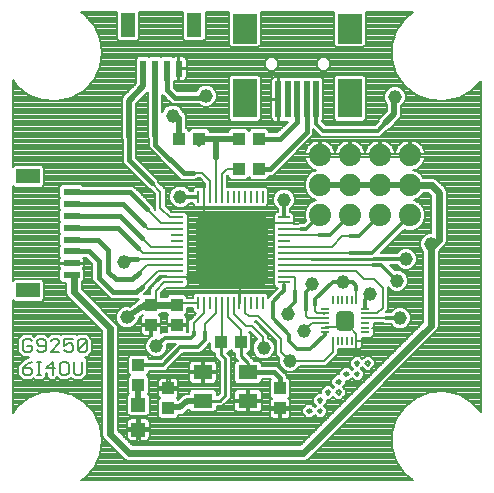
<source format=gtl>
G75*
%MOIN*%
%OFA0B0*%
%FSLAX25Y25*%
%IPPOS*%
%LPD*%
%AMOC8*
5,1,8,0,0,1.08239X$1,22.5*
%
%ADD10C,0.00600*%
%ADD11R,0.03937X0.04331*%
%ADD12R,0.00787X0.03937*%
%ADD13R,0.03937X0.00787*%
%ADD14R,0.04724X0.07874*%
%ADD15R,0.02362X0.05315*%
%ADD16R,0.00787X0.03150*%
%ADD17R,0.03150X0.00787*%
%ADD18C,0.03031*%
%ADD19R,0.07874X0.09843*%
%ADD20R,0.07874X0.12992*%
%ADD21R,0.01969X0.12205*%
%ADD22R,0.06457X0.04882*%
%ADD23R,0.04331X0.03937*%
%ADD24R,0.04724X0.04724*%
%ADD25C,0.07400*%
%ADD26R,0.07874X0.04724*%
%ADD27R,0.05315X0.02362*%
%ADD28C,0.04528*%
%ADD29C,0.00800*%
%ADD30C,0.02000*%
%ADD31C,0.02400*%
%ADD32C,0.01200*%
%ADD33C,0.00300*%
%ADD34C,0.01000*%
%ADD35C,0.01600*%
%ADD36C,0.00787*%
D10*
X0059504Y0091955D02*
X0060972Y0091955D01*
X0061706Y0092689D01*
X0061706Y0093423D01*
X0060972Y0094157D01*
X0058770Y0094157D01*
X0058770Y0092689D01*
X0059504Y0091955D01*
X0058770Y0094157D02*
X0060238Y0095625D01*
X0061706Y0096359D01*
X0063374Y0096359D02*
X0064842Y0096359D01*
X0064108Y0096359D02*
X0064108Y0091955D01*
X0063374Y0091955D02*
X0064842Y0091955D01*
X0066444Y0094157D02*
X0069379Y0094157D01*
X0071047Y0095625D02*
X0071047Y0092689D01*
X0071781Y0091955D01*
X0073249Y0091955D01*
X0073983Y0092689D01*
X0073983Y0095625D01*
X0073249Y0096359D01*
X0071781Y0096359D01*
X0071047Y0095625D01*
X0068645Y0096359D02*
X0066444Y0094157D01*
X0068645Y0091955D02*
X0068645Y0096359D01*
X0067978Y0099455D02*
X0070914Y0102391D01*
X0070914Y0103125D01*
X0070180Y0103859D01*
X0068712Y0103859D01*
X0067978Y0103125D01*
X0066310Y0103125D02*
X0065576Y0103859D01*
X0064108Y0103859D01*
X0063374Y0103125D01*
X0063374Y0102391D01*
X0064108Y0101657D01*
X0066310Y0101657D01*
X0066310Y0100189D02*
X0066310Y0103125D01*
X0066310Y0100189D02*
X0065576Y0099455D01*
X0064108Y0099455D01*
X0063374Y0100189D01*
X0061706Y0100189D02*
X0060972Y0099455D01*
X0059504Y0099455D01*
X0058770Y0100189D01*
X0058770Y0103125D01*
X0059504Y0103859D01*
X0060972Y0103859D01*
X0061706Y0103125D01*
X0061706Y0101657D02*
X0060238Y0101657D01*
X0061706Y0101657D02*
X0061706Y0100189D01*
X0067978Y0099455D02*
X0070914Y0099455D01*
X0072582Y0100189D02*
X0073316Y0099455D01*
X0074784Y0099455D01*
X0075518Y0100189D01*
X0075518Y0101657D01*
X0074784Y0102391D01*
X0074050Y0102391D01*
X0072582Y0101657D01*
X0072582Y0103859D01*
X0075518Y0103859D01*
X0077186Y0103125D02*
X0077186Y0100189D01*
X0080122Y0103125D01*
X0080122Y0100189D01*
X0079388Y0099455D01*
X0077920Y0099455D01*
X0077186Y0100189D01*
X0077186Y0103125D02*
X0077920Y0103859D01*
X0079388Y0103859D01*
X0080122Y0103125D01*
X0078587Y0096359D02*
X0078587Y0092689D01*
X0077853Y0091955D01*
X0076385Y0091955D01*
X0075651Y0092689D01*
X0075651Y0096359D01*
X0106500Y0124825D02*
X0106608Y0124717D01*
X0110283Y0124717D01*
X0126718Y0124717D01*
X0128913Y0126912D01*
X0131000Y0124825D01*
X0131000Y0115906D01*
X0130953Y0115858D01*
X0125047Y0115858D02*
X0125047Y0103627D01*
X0124750Y0103330D01*
X0125047Y0103627D02*
X0125047Y0102992D01*
X0125047Y0102361D01*
X0125047Y0101862D01*
X0124654Y0102825D01*
X0131346Y0102825D02*
X0131500Y0101315D01*
X0131500Y0102798D01*
X0131500Y0102956D01*
X0131500Y0106825D01*
X0128913Y0126912D02*
X0125684Y0130141D01*
X0137977Y0142433D01*
X0145717Y0142433D01*
X0125684Y0130141D02*
X0119142Y0136683D01*
X0119142Y0151292D01*
X0159195Y0112325D02*
X0159307Y0112437D01*
X0169937Y0103382D02*
X0169937Y0099712D01*
X0169700Y0099475D01*
X0170163Y0096546D02*
X0169408Y0095792D01*
X0170163Y0095037D01*
X0170918Y0095792D01*
X0170163Y0096546D01*
X0172944Y0095792D02*
X0173698Y0096546D01*
X0174453Y0095792D01*
X0173698Y0095037D01*
X0172944Y0095792D01*
X0170163Y0093011D02*
X0170918Y0092256D01*
X0170163Y0091501D01*
X0169408Y0092256D01*
X0170163Y0093011D01*
X0167382Y0092256D02*
X0166627Y0091501D01*
X0165872Y0092256D01*
X0166627Y0093011D01*
X0167382Y0092256D01*
X0164731Y0089604D02*
X0163976Y0088850D01*
X0163221Y0089604D01*
X0163976Y0090359D01*
X0164731Y0089604D01*
X0163976Y0086824D02*
X0164731Y0086069D01*
X0163976Y0085314D01*
X0163221Y0086069D01*
X0163976Y0086824D01*
X0161195Y0086069D02*
X0160440Y0085314D01*
X0159685Y0086069D01*
X0160440Y0086824D01*
X0161195Y0086069D01*
X0158543Y0083417D02*
X0157789Y0082662D01*
X0157034Y0083417D01*
X0157789Y0084172D01*
X0158543Y0083417D01*
X0157789Y0080637D02*
X0158543Y0079882D01*
X0157789Y0079127D01*
X0157034Y0079882D01*
X0157789Y0080637D01*
X0155008Y0079882D02*
X0154253Y0079127D01*
X0153498Y0079882D01*
X0154253Y0080637D01*
X0155008Y0079882D01*
X0176862Y0112437D02*
X0176923Y0112498D01*
D11*
X0144500Y0087421D03*
X0144500Y0080729D03*
X0131346Y0102825D03*
X0124654Y0102825D03*
X0110000Y0108479D03*
X0110000Y0115171D03*
X0101500Y0115171D03*
X0101500Y0108479D03*
X0107250Y0087421D03*
X0107250Y0080729D03*
X0130654Y0160575D03*
X0137346Y0160575D03*
X0137346Y0170575D03*
X0130654Y0170575D03*
X0117596Y0170575D03*
X0110904Y0170575D03*
D12*
X0117173Y0151292D03*
X0119142Y0151292D03*
X0121110Y0151292D03*
X0123079Y0151292D03*
X0125047Y0151292D03*
X0127016Y0151292D03*
X0128984Y0151292D03*
X0130953Y0151292D03*
X0132921Y0151292D03*
X0134890Y0151292D03*
X0136858Y0151292D03*
X0138827Y0151292D03*
X0138827Y0115858D03*
X0136858Y0115858D03*
X0134890Y0115858D03*
X0132921Y0115858D03*
X0130953Y0115858D03*
X0128984Y0115858D03*
X0127016Y0115858D03*
X0125047Y0115858D03*
X0123079Y0115858D03*
X0121110Y0115858D03*
X0119142Y0115858D03*
X0117173Y0115858D03*
D13*
X0110283Y0122748D03*
X0110283Y0124717D03*
X0110283Y0126685D03*
X0110283Y0128654D03*
X0110283Y0130622D03*
X0110283Y0132591D03*
X0110283Y0134559D03*
X0110283Y0136528D03*
X0110283Y0138496D03*
X0110283Y0140465D03*
X0110283Y0142433D03*
X0110283Y0144402D03*
X0145717Y0144402D03*
X0145717Y0142433D03*
X0145717Y0140465D03*
X0145717Y0138496D03*
X0145717Y0136528D03*
X0145717Y0134559D03*
X0145717Y0132591D03*
X0145717Y0130622D03*
X0145717Y0128654D03*
X0145717Y0126685D03*
X0145717Y0124717D03*
X0145717Y0122748D03*
D14*
X0115874Y0208494D03*
X0093826Y0208494D03*
D15*
X0098944Y0194025D03*
X0102881Y0194025D03*
X0106819Y0194025D03*
X0110756Y0194025D03*
D16*
X0162063Y0116768D03*
X0163638Y0116768D03*
X0165213Y0116768D03*
X0166787Y0116768D03*
X0168362Y0116768D03*
X0169937Y0116768D03*
X0169937Y0103382D03*
X0168362Y0103382D03*
X0166787Y0103382D03*
X0165213Y0103382D03*
X0163638Y0103382D03*
X0162063Y0103382D03*
D17*
X0159307Y0106138D03*
X0159307Y0107713D03*
X0159307Y0109288D03*
X0159307Y0110862D03*
X0159307Y0112437D03*
X0159307Y0114012D03*
X0172693Y0114012D03*
X0172693Y0112437D03*
X0172693Y0110862D03*
X0172693Y0109288D03*
X0172693Y0107713D03*
X0172693Y0106138D03*
D18*
X0164484Y0108244D02*
X0164484Y0111906D01*
X0167516Y0111906D01*
X0167516Y0108244D01*
X0164484Y0108244D01*
X0164484Y0111274D02*
X0167516Y0111274D01*
D19*
X0167770Y0207386D03*
X0132730Y0207386D03*
D20*
X0132730Y0184158D03*
X0167770Y0184158D03*
D21*
X0156549Y0183764D03*
X0153400Y0183764D03*
X0150250Y0183764D03*
X0147100Y0183764D03*
X0143951Y0183764D03*
D22*
X0133770Y0092839D03*
X0133770Y0083311D03*
X0118730Y0083311D03*
X0118730Y0092839D03*
D23*
X0097250Y0095171D03*
X0097250Y0088479D03*
D24*
X0097250Y0081959D03*
X0097250Y0073691D03*
D25*
X0157750Y0145075D03*
X0157750Y0155075D03*
X0157750Y0165075D03*
X0167750Y0165075D03*
X0177750Y0165075D03*
X0177750Y0155075D03*
X0167750Y0155075D03*
X0167750Y0145075D03*
X0177750Y0145075D03*
X0187750Y0145075D03*
X0187750Y0155075D03*
X0187750Y0165075D03*
D26*
X0060531Y0158067D03*
X0060531Y0120083D03*
D27*
X0075000Y0125201D03*
X0075000Y0129138D03*
X0075000Y0133075D03*
X0075000Y0137012D03*
X0075000Y0141012D03*
X0075000Y0145012D03*
X0075000Y0149012D03*
X0075000Y0152949D03*
D28*
X0092617Y0129537D03*
X0093500Y0111075D03*
X0103250Y0101575D03*
X0139000Y0100825D03*
X0147750Y0096575D03*
X0152500Y0106575D03*
X0147250Y0112325D03*
X0155000Y0122075D03*
X0165500Y0122825D03*
X0174500Y0118825D03*
X0183500Y0123325D03*
X0186500Y0130575D03*
X0194750Y0135575D03*
X0184500Y0110825D03*
X0145750Y0150325D03*
X0111250Y0151325D03*
X0108700Y0178325D03*
X0119800Y0184975D03*
X0182750Y0184575D03*
D29*
X0079050Y0057343D02*
X0078240Y0056875D01*
X0188674Y0056875D01*
X0185978Y0059025D01*
X0185978Y0059025D01*
X0185978Y0059025D01*
X0183224Y0063064D01*
X0183224Y0063064D01*
X0181783Y0067736D01*
X0181783Y0072624D01*
X0183224Y0077296D01*
X0183224Y0077296D01*
X0185978Y0081335D01*
X0185978Y0081335D01*
X0185978Y0081335D01*
X0189800Y0084383D01*
X0189800Y0084383D01*
X0194351Y0086169D01*
X0194351Y0086169D01*
X0199226Y0086534D01*
X0199226Y0086534D01*
X0203992Y0085446D01*
X0203992Y0085446D01*
X0208225Y0083002D01*
X0208225Y0083002D01*
X0211331Y0079655D01*
X0211393Y0190002D01*
X0208290Y0186658D01*
X0208290Y0186658D01*
X0204057Y0184214D01*
X0199291Y0183126D01*
X0199291Y0183126D01*
X0194416Y0183491D01*
X0194416Y0183491D01*
X0189865Y0185277D01*
X0189865Y0185277D01*
X0186043Y0188325D01*
X0186043Y0188325D01*
X0186043Y0188325D01*
X0183289Y0192364D01*
X0183289Y0192364D01*
X0181848Y0197036D01*
X0181848Y0201924D01*
X0183289Y0206596D01*
X0183289Y0206596D01*
X0186043Y0210635D01*
X0186043Y0210635D01*
X0188727Y0212775D01*
X0173107Y0212775D01*
X0173107Y0201885D01*
X0172287Y0201065D01*
X0163253Y0201065D01*
X0162433Y0201885D01*
X0162433Y0212775D01*
X0138067Y0212775D01*
X0138067Y0201885D01*
X0137247Y0201065D01*
X0128213Y0201065D01*
X0127393Y0201885D01*
X0127393Y0212775D01*
X0119636Y0212775D01*
X0119636Y0203977D01*
X0118816Y0203156D01*
X0112932Y0203156D01*
X0112111Y0203977D01*
X0112111Y0212775D01*
X0097589Y0212775D01*
X0097589Y0203977D01*
X0096768Y0203156D01*
X0090884Y0203156D01*
X0090064Y0203977D01*
X0090064Y0212775D01*
X0078070Y0212775D01*
X0079010Y0212232D01*
X0079010Y0212232D01*
X0082335Y0208648D01*
X0082335Y0208648D01*
X0084456Y0204244D01*
X0084456Y0204244D01*
X0085185Y0199410D01*
X0084456Y0194576D01*
X0084456Y0194576D01*
X0082335Y0190172D01*
X0082335Y0190172D01*
X0079010Y0186588D01*
X0079010Y0186588D01*
X0074777Y0184144D01*
X0074777Y0184144D01*
X0070011Y0183056D01*
X0070011Y0183056D01*
X0065136Y0183421D01*
X0065136Y0183421D01*
X0060585Y0185207D01*
X0060585Y0185207D01*
X0056763Y0188255D01*
X0056763Y0188255D01*
X0056763Y0188255D01*
X0055534Y0190057D01*
X0055512Y0161327D01*
X0056015Y0161829D01*
X0065048Y0161829D01*
X0065868Y0161009D01*
X0065868Y0155125D01*
X0065048Y0154305D01*
X0056015Y0154305D01*
X0055507Y0154812D01*
X0055483Y0123314D01*
X0056015Y0123845D01*
X0065048Y0123845D01*
X0065868Y0123025D01*
X0065868Y0117141D01*
X0065048Y0116321D01*
X0056015Y0116321D01*
X0055478Y0116857D01*
X0055450Y0079335D01*
X0056803Y0081320D01*
X0056803Y0081320D01*
X0056803Y0081320D01*
X0060625Y0084368D01*
X0060625Y0084368D01*
X0065176Y0086154D01*
X0070051Y0086519D01*
X0074817Y0085431D01*
X0079050Y0082987D01*
X0082375Y0079403D01*
X0082375Y0079403D01*
X0082375Y0079403D01*
X0084496Y0074999D01*
X0084496Y0074999D01*
X0085225Y0070165D01*
X0084496Y0065331D01*
X0082375Y0060927D01*
X0082375Y0060927D01*
X0079050Y0057343D01*
X0079050Y0057343D01*
X0079397Y0057716D02*
X0187619Y0057716D01*
X0188620Y0056918D02*
X0078314Y0056918D01*
X0080138Y0058515D02*
X0186618Y0058515D01*
X0185781Y0059313D02*
X0080879Y0059313D01*
X0081619Y0060112D02*
X0185237Y0060112D01*
X0184693Y0060910D02*
X0082360Y0060910D01*
X0082752Y0061709D02*
X0184148Y0061709D01*
X0183604Y0062507D02*
X0083137Y0062507D01*
X0083521Y0063306D02*
X0093537Y0063306D01*
X0093733Y0063225D02*
X0152767Y0063225D01*
X0153723Y0063621D01*
X0154454Y0064352D01*
X0154454Y0064352D01*
X0196223Y0106121D01*
X0196954Y0106852D01*
X0197350Y0107808D01*
X0197350Y0132994D01*
X0197856Y0133500D01*
X0198000Y0133848D01*
X0199704Y0135552D01*
X0200100Y0136507D01*
X0200100Y0153092D01*
X0199704Y0154048D01*
X0198973Y0154779D01*
X0196473Y0157279D01*
X0195517Y0157675D01*
X0192193Y0157675D01*
X0192074Y0157964D01*
X0190639Y0159399D01*
X0188944Y0160101D01*
X0188944Y0160101D01*
X0189708Y0160349D01*
X0190423Y0160713D01*
X0191072Y0161185D01*
X0191640Y0161753D01*
X0192112Y0162402D01*
X0192476Y0163117D01*
X0192724Y0163881D01*
X0192850Y0164674D01*
X0192850Y0164675D01*
X0188150Y0164675D01*
X0188150Y0165475D01*
X0187350Y0165475D01*
X0187350Y0170175D01*
X0187349Y0170175D01*
X0186556Y0170049D01*
X0185792Y0169801D01*
X0185077Y0169437D01*
X0184428Y0168965D01*
X0183860Y0168397D01*
X0183388Y0167748D01*
X0183024Y0167033D01*
X0182776Y0166269D01*
X0182750Y0166108D01*
X0182724Y0166269D01*
X0182476Y0167033D01*
X0182112Y0167748D01*
X0181640Y0168397D01*
X0181072Y0168965D01*
X0180423Y0169437D01*
X0179708Y0169801D01*
X0178944Y0170049D01*
X0178151Y0170175D01*
X0178150Y0170175D01*
X0178150Y0165475D01*
X0177350Y0165475D01*
X0177350Y0170175D01*
X0177349Y0170175D01*
X0176556Y0170049D01*
X0175792Y0169801D01*
X0175077Y0169437D01*
X0174428Y0168965D01*
X0173860Y0168397D01*
X0173388Y0167748D01*
X0173024Y0167033D01*
X0172776Y0166269D01*
X0172750Y0166108D01*
X0172724Y0166269D01*
X0172476Y0167033D01*
X0172112Y0167748D01*
X0171640Y0168397D01*
X0171072Y0168965D01*
X0170423Y0169437D01*
X0169708Y0169801D01*
X0168944Y0170049D01*
X0168151Y0170175D01*
X0168150Y0170175D01*
X0168150Y0165475D01*
X0167350Y0165475D01*
X0167350Y0170175D01*
X0167349Y0170175D01*
X0166556Y0170049D01*
X0165792Y0169801D01*
X0165077Y0169437D01*
X0164428Y0168965D01*
X0163860Y0168397D01*
X0163388Y0167748D01*
X0163024Y0167033D01*
X0162776Y0166269D01*
X0162750Y0166108D01*
X0162724Y0166269D01*
X0162476Y0167033D01*
X0162112Y0167748D01*
X0161640Y0168397D01*
X0161072Y0168965D01*
X0160423Y0169437D01*
X0159708Y0169801D01*
X0158944Y0170049D01*
X0158151Y0170175D01*
X0158150Y0170175D01*
X0158150Y0165475D01*
X0157350Y0165475D01*
X0157350Y0170175D01*
X0157349Y0170175D01*
X0156556Y0170049D01*
X0155792Y0169801D01*
X0155077Y0169437D01*
X0154428Y0168965D01*
X0153860Y0168397D01*
X0153388Y0167748D01*
X0153024Y0167033D01*
X0152776Y0166269D01*
X0152650Y0165476D01*
X0152650Y0165475D01*
X0157350Y0165475D01*
X0157350Y0164675D01*
X0152650Y0164675D01*
X0152650Y0164674D01*
X0152776Y0163881D01*
X0153024Y0163117D01*
X0153388Y0162402D01*
X0153860Y0161753D01*
X0154428Y0161185D01*
X0155077Y0160713D01*
X0155792Y0160349D01*
X0156556Y0160101D01*
X0154861Y0159399D01*
X0153426Y0157964D01*
X0152650Y0156089D01*
X0152650Y0154061D01*
X0153426Y0152186D01*
X0154861Y0150751D01*
X0156494Y0150075D01*
X0154861Y0149399D01*
X0153426Y0147964D01*
X0152650Y0146089D01*
X0152650Y0144061D01*
X0153018Y0143172D01*
X0152311Y0142465D01*
X0150678Y0142465D01*
X0150478Y0142265D01*
X0149085Y0142265D01*
X0149085Y0142433D01*
X0145717Y0142433D01*
X0145717Y0142433D01*
X0149085Y0142433D01*
X0149085Y0143011D01*
X0148997Y0143340D01*
X0149085Y0143428D01*
X0149085Y0145375D01*
X0148265Y0146195D01*
X0147750Y0146195D01*
X0147750Y0147188D01*
X0147825Y0147219D01*
X0148856Y0148250D01*
X0149414Y0149596D01*
X0149414Y0151054D01*
X0148856Y0152400D01*
X0147825Y0153431D01*
X0146479Y0153989D01*
X0145021Y0153989D01*
X0143675Y0153431D01*
X0142644Y0152400D01*
X0142086Y0151054D01*
X0142086Y0149596D01*
X0142644Y0148250D01*
X0143675Y0147219D01*
X0143750Y0147188D01*
X0143750Y0146195D01*
X0143168Y0146195D01*
X0142348Y0145375D01*
X0142348Y0143428D01*
X0142436Y0143340D01*
X0142348Y0143011D01*
X0142348Y0142433D01*
X0142348Y0141855D01*
X0142436Y0141526D01*
X0142348Y0141438D01*
X0142348Y0139491D01*
X0142359Y0139480D01*
X0142348Y0139470D01*
X0142348Y0137523D01*
X0142359Y0137512D01*
X0142348Y0137501D01*
X0142348Y0135554D01*
X0142359Y0135543D01*
X0142348Y0135533D01*
X0142348Y0133586D01*
X0142359Y0133575D01*
X0142348Y0133564D01*
X0142348Y0131617D01*
X0142359Y0131606D01*
X0142348Y0131596D01*
X0142348Y0129649D01*
X0142359Y0129638D01*
X0142348Y0129627D01*
X0142348Y0127680D01*
X0142359Y0127669D01*
X0142348Y0127659D01*
X0142348Y0125712D01*
X0142359Y0125701D01*
X0142348Y0125690D01*
X0142348Y0123743D01*
X0142359Y0123732D01*
X0142348Y0123722D01*
X0142348Y0121775D01*
X0143168Y0120955D01*
X0143717Y0120955D01*
X0143717Y0120870D01*
X0143676Y0120830D01*
X0142505Y0119658D01*
X0142505Y0119583D01*
X0141172Y0118250D01*
X0140620Y0117699D01*
X0140620Y0118407D01*
X0139800Y0119227D01*
X0137853Y0119227D01*
X0137843Y0119216D01*
X0137832Y0119227D01*
X0135885Y0119227D01*
X0135874Y0119216D01*
X0135863Y0119227D01*
X0133916Y0119227D01*
X0133905Y0119216D01*
X0133895Y0119227D01*
X0131948Y0119227D01*
X0131860Y0119139D01*
X0131531Y0119227D01*
X0130953Y0119227D01*
X0130953Y0115859D01*
X0130953Y0115859D01*
X0130953Y0119227D01*
X0130375Y0119227D01*
X0130046Y0119139D01*
X0129958Y0119227D01*
X0128011Y0119227D01*
X0128000Y0119216D01*
X0127989Y0119227D01*
X0126042Y0119227D01*
X0126031Y0119216D01*
X0126021Y0119227D01*
X0124074Y0119227D01*
X0124063Y0119216D01*
X0124052Y0119227D01*
X0122105Y0119227D01*
X0122094Y0119216D01*
X0122084Y0119227D01*
X0120137Y0119227D01*
X0120126Y0119216D01*
X0120115Y0119227D01*
X0118168Y0119227D01*
X0118157Y0119216D01*
X0118147Y0119227D01*
X0116200Y0119227D01*
X0115380Y0118407D01*
X0115380Y0117658D01*
X0113368Y0117658D01*
X0113368Y0117917D01*
X0112548Y0118737D01*
X0107452Y0118737D01*
X0106631Y0117917D01*
X0106631Y0117771D01*
X0104868Y0117771D01*
X0104868Y0117917D01*
X0104800Y0117985D01*
X0104800Y0119215D01*
X0106533Y0120948D01*
X0111029Y0120948D01*
X0111035Y0120955D01*
X0112832Y0120955D01*
X0113652Y0121775D01*
X0113652Y0123722D01*
X0113564Y0123810D01*
X0113652Y0124139D01*
X0113652Y0124717D01*
X0113652Y0125295D01*
X0113564Y0125624D01*
X0113652Y0125712D01*
X0113652Y0127659D01*
X0113641Y0127669D01*
X0113652Y0127680D01*
X0113652Y0129627D01*
X0113641Y0129638D01*
X0113652Y0129649D01*
X0113652Y0131596D01*
X0113641Y0131606D01*
X0113652Y0131617D01*
X0113652Y0133564D01*
X0113641Y0133575D01*
X0142359Y0133575D01*
X0142348Y0134374D02*
X0113652Y0134374D01*
X0113652Y0133586D02*
X0113652Y0135533D01*
X0113641Y0135544D01*
X0113652Y0135554D01*
X0113652Y0137501D01*
X0113641Y0137512D01*
X0113652Y0137523D01*
X0113652Y0139470D01*
X0113641Y0139481D01*
X0113652Y0139491D01*
X0113652Y0141438D01*
X0113641Y0141449D01*
X0113652Y0141460D01*
X0113652Y0143407D01*
X0113641Y0143418D01*
X0113652Y0143428D01*
X0113652Y0145375D01*
X0112832Y0146195D01*
X0111035Y0146195D01*
X0111029Y0146202D01*
X0108394Y0146202D01*
X0106413Y0148183D01*
X0106413Y0153747D01*
X0103834Y0156325D01*
X0103834Y0156891D01*
X0096400Y0164325D01*
X0096400Y0170115D01*
X0096600Y0170598D01*
X0096600Y0182381D01*
X0100481Y0186262D01*
X0100481Y0171098D01*
X0100681Y0170615D01*
X0100681Y0167782D01*
X0110175Y0158289D01*
X0111464Y0157000D01*
X0116287Y0157000D01*
X0116687Y0157400D01*
X0117629Y0157400D01*
X0119310Y0155719D01*
X0119310Y0154660D01*
X0119142Y0154660D01*
X0119142Y0151292D01*
X0119142Y0151292D01*
X0119142Y0154660D01*
X0118564Y0154660D01*
X0118235Y0154572D01*
X0118147Y0154660D01*
X0116200Y0154660D01*
X0115380Y0153840D01*
X0115380Y0153325D01*
X0114387Y0153325D01*
X0114356Y0153400D01*
X0113325Y0154431D01*
X0111979Y0154989D01*
X0110521Y0154989D01*
X0109175Y0154431D01*
X0108144Y0153400D01*
X0107586Y0152054D01*
X0107586Y0150596D01*
X0108144Y0149250D01*
X0109175Y0148219D01*
X0110521Y0147661D01*
X0111979Y0147661D01*
X0113325Y0148219D01*
X0114356Y0149250D01*
X0114387Y0149325D01*
X0115380Y0149325D01*
X0115380Y0148743D01*
X0116200Y0147923D01*
X0118147Y0147923D01*
X0118235Y0148011D01*
X0118564Y0147923D01*
X0119142Y0147923D01*
X0119720Y0147923D01*
X0120049Y0148011D01*
X0120137Y0147923D01*
X0122084Y0147923D01*
X0122094Y0147934D01*
X0122105Y0147923D01*
X0124052Y0147923D01*
X0124063Y0147934D01*
X0124074Y0147923D01*
X0126021Y0147923D01*
X0126031Y0147934D01*
X0126042Y0147923D01*
X0127989Y0147923D01*
X0128000Y0147934D01*
X0128011Y0147923D01*
X0129958Y0147923D01*
X0129969Y0147934D01*
X0129979Y0147923D01*
X0131926Y0147923D01*
X0131937Y0147934D01*
X0131948Y0147923D01*
X0133895Y0147923D01*
X0133906Y0147934D01*
X0133916Y0147923D01*
X0135863Y0147923D01*
X0135874Y0147934D01*
X0135885Y0147923D01*
X0137832Y0147923D01*
X0137843Y0147934D01*
X0137853Y0147923D01*
X0139800Y0147923D01*
X0140620Y0148743D01*
X0140620Y0153840D01*
X0139800Y0154660D01*
X0137853Y0154660D01*
X0137843Y0154649D01*
X0137832Y0154660D01*
X0135885Y0154660D01*
X0135874Y0154649D01*
X0135863Y0154660D01*
X0133916Y0154660D01*
X0133906Y0154649D01*
X0133895Y0154660D01*
X0131948Y0154660D01*
X0131937Y0154649D01*
X0131926Y0154660D01*
X0129979Y0154660D01*
X0129969Y0154649D01*
X0129958Y0154660D01*
X0128011Y0154660D01*
X0128000Y0154649D01*
X0127989Y0154660D01*
X0126847Y0154660D01*
X0126847Y0158127D01*
X0127285Y0158564D01*
X0127285Y0157830D01*
X0128105Y0157010D01*
X0133202Y0157010D01*
X0134000Y0157808D01*
X0134798Y0157010D01*
X0139895Y0157010D01*
X0140715Y0157830D01*
X0140715Y0158375D01*
X0141974Y0158375D01*
X0155600Y0172001D01*
X0155600Y0173732D01*
X0156849Y0172482D01*
X0158021Y0171311D01*
X0177814Y0171311D01*
X0180044Y0173541D01*
X0180093Y0173541D01*
X0180975Y0173906D01*
X0183859Y0176790D01*
X0184535Y0177466D01*
X0184900Y0178348D01*
X0184900Y0181544D01*
X0185856Y0182500D01*
X0186414Y0183846D01*
X0186414Y0185304D01*
X0185856Y0186650D01*
X0184825Y0187681D01*
X0183479Y0188239D01*
X0182021Y0188239D01*
X0180675Y0187681D01*
X0179644Y0186650D01*
X0179086Y0185304D01*
X0179086Y0183846D01*
X0179644Y0182500D01*
X0180100Y0182044D01*
X0180100Y0179819D01*
X0177581Y0177300D01*
X0177216Y0176418D01*
X0177216Y0176369D01*
X0176157Y0175311D01*
X0159678Y0175311D01*
X0158549Y0176439D01*
X0158549Y0176697D01*
X0158933Y0177082D01*
X0158933Y0190446D01*
X0158113Y0191266D01*
X0154985Y0191266D01*
X0154974Y0191256D01*
X0154964Y0191266D01*
X0151835Y0191266D01*
X0151825Y0191256D01*
X0151814Y0191266D01*
X0148686Y0191266D01*
X0148675Y0191256D01*
X0148665Y0191266D01*
X0145536Y0191266D01*
X0145448Y0191178D01*
X0145119Y0191266D01*
X0144043Y0191266D01*
X0144043Y0183856D01*
X0143859Y0183856D01*
X0143859Y0191266D01*
X0142782Y0191266D01*
X0142426Y0191171D01*
X0142107Y0190987D01*
X0141846Y0190726D01*
X0141662Y0190407D01*
X0141567Y0190051D01*
X0141567Y0183856D01*
X0143859Y0183856D01*
X0143859Y0183672D01*
X0144043Y0183672D01*
X0144043Y0176262D01*
X0145119Y0176262D01*
X0145448Y0176350D01*
X0145536Y0176262D01*
X0147075Y0176262D01*
X0143589Y0172775D01*
X0140715Y0172775D01*
X0140715Y0173320D01*
X0139895Y0174140D01*
X0134798Y0174140D01*
X0134000Y0173342D01*
X0133202Y0174140D01*
X0128105Y0174140D01*
X0127285Y0173320D01*
X0127285Y0172975D01*
X0120965Y0172975D01*
X0120965Y0173320D01*
X0120145Y0174140D01*
X0115048Y0174140D01*
X0114250Y0173342D01*
X0113452Y0174140D01*
X0113253Y0174140D01*
X0113209Y0177258D01*
X0113232Y0177327D01*
X0113202Y0177733D01*
X0113197Y0178140D01*
X0113168Y0178207D01*
X0113162Y0178280D01*
X0112980Y0178643D01*
X0112819Y0179017D01*
X0112766Y0179068D01*
X0112734Y0179133D01*
X0112426Y0179399D01*
X0112134Y0179682D01*
X0112097Y0179697D01*
X0111806Y0180400D01*
X0110775Y0181431D01*
X0109429Y0181989D01*
X0107971Y0181989D01*
X0106625Y0181431D01*
X0105594Y0180400D01*
X0105281Y0179646D01*
X0105281Y0185282D01*
X0105993Y0184571D01*
X0107282Y0183282D01*
X0107326Y0183282D01*
X0108433Y0182175D01*
X0117419Y0182175D01*
X0117725Y0181869D01*
X0119071Y0181311D01*
X0120529Y0181311D01*
X0121875Y0181869D01*
X0122906Y0182900D01*
X0123464Y0184246D01*
X0123464Y0185704D01*
X0122906Y0187050D01*
X0121875Y0188081D01*
X0120529Y0188639D01*
X0119071Y0188639D01*
X0117725Y0188081D01*
X0116694Y0187050D01*
X0116497Y0186575D01*
X0110255Y0186575D01*
X0109148Y0187682D01*
X0109104Y0187682D01*
X0109018Y0187768D01*
X0109018Y0189422D01*
X0109218Y0189905D01*
X0109218Y0190014D01*
X0109390Y0189968D01*
X0110565Y0189968D01*
X0110565Y0193834D01*
X0110946Y0193834D01*
X0110946Y0189968D01*
X0112121Y0189968D01*
X0112477Y0190063D01*
X0112796Y0190247D01*
X0113057Y0190508D01*
X0113241Y0190827D01*
X0113337Y0191183D01*
X0113337Y0193834D01*
X0110946Y0193834D01*
X0110946Y0194216D01*
X0110565Y0194216D01*
X0110565Y0198082D01*
X0109390Y0198082D01*
X0109034Y0197987D01*
X0108806Y0197856D01*
X0108580Y0198082D01*
X0105057Y0198082D01*
X0104850Y0197875D01*
X0104642Y0198082D01*
X0101120Y0198082D01*
X0100913Y0197875D01*
X0100705Y0198082D01*
X0097183Y0198082D01*
X0096363Y0197262D01*
X0096363Y0190788D01*
X0096544Y0190607D01*
X0096544Y0189114D01*
X0092841Y0185410D01*
X0092165Y0184734D01*
X0091800Y0183852D01*
X0091800Y0170598D01*
X0092000Y0170115D01*
X0092000Y0162503D01*
X0100723Y0153780D01*
X0101289Y0153780D01*
X0102813Y0152255D01*
X0102813Y0147049D01*
X0102460Y0147402D01*
X0102460Y0147977D01*
X0096700Y0153736D01*
X0095411Y0155025D01*
X0078742Y0155025D01*
X0078237Y0155530D01*
X0071763Y0155530D01*
X0070943Y0154710D01*
X0070943Y0151188D01*
X0071150Y0150981D01*
X0070943Y0150773D01*
X0070943Y0147251D01*
X0071182Y0147012D01*
X0070943Y0146773D01*
X0070943Y0143251D01*
X0071182Y0143012D01*
X0070943Y0142773D01*
X0070943Y0139251D01*
X0071182Y0139012D01*
X0070943Y0138773D01*
X0070943Y0135251D01*
X0071150Y0135043D01*
X0070943Y0134836D01*
X0070943Y0131314D01*
X0071169Y0131087D01*
X0071038Y0130859D01*
X0070943Y0130503D01*
X0070943Y0129329D01*
X0074809Y0129329D01*
X0074809Y0128947D01*
X0070943Y0128947D01*
X0070943Y0127773D01*
X0071038Y0127416D01*
X0071169Y0127189D01*
X0070943Y0126962D01*
X0070943Y0123440D01*
X0071763Y0122620D01*
X0073150Y0122620D01*
X0073150Y0119058D01*
X0073546Y0118102D01*
X0085150Y0106498D01*
X0085150Y0071808D01*
X0085546Y0070852D01*
X0092777Y0063621D01*
X0093733Y0063225D01*
X0092294Y0064105D02*
X0083906Y0064105D01*
X0084290Y0064903D02*
X0091495Y0064903D01*
X0090697Y0065702D02*
X0084552Y0065702D01*
X0084496Y0065331D02*
X0084496Y0065331D01*
X0084673Y0066500D02*
X0089898Y0066500D01*
X0089099Y0067299D02*
X0084793Y0067299D01*
X0084913Y0068097D02*
X0088301Y0068097D01*
X0087502Y0068896D02*
X0085034Y0068896D01*
X0085154Y0069694D02*
X0086704Y0069694D01*
X0085905Y0070493D02*
X0085176Y0070493D01*
X0085055Y0071291D02*
X0085364Y0071291D01*
X0085150Y0072090D02*
X0084935Y0072090D01*
X0084815Y0072888D02*
X0085150Y0072888D01*
X0085150Y0073687D02*
X0084694Y0073687D01*
X0084574Y0074485D02*
X0085150Y0074485D01*
X0085150Y0075284D02*
X0084359Y0075284D01*
X0083975Y0076082D02*
X0085150Y0076082D01*
X0085150Y0076881D02*
X0083590Y0076881D01*
X0083206Y0077679D02*
X0085150Y0077679D01*
X0085150Y0078478D02*
X0082821Y0078478D01*
X0082437Y0079276D02*
X0085150Y0079276D01*
X0085150Y0080075D02*
X0081752Y0080075D01*
X0081012Y0080873D02*
X0085150Y0080873D01*
X0085150Y0081672D02*
X0080271Y0081672D01*
X0079530Y0082470D02*
X0085150Y0082470D01*
X0085150Y0083269D02*
X0078562Y0083269D01*
X0077179Y0084067D02*
X0085150Y0084067D01*
X0085150Y0084866D02*
X0075796Y0084866D01*
X0073796Y0085664D02*
X0085150Y0085664D01*
X0085150Y0086463D02*
X0070297Y0086463D01*
X0069299Y0086463D02*
X0055455Y0086463D01*
X0055456Y0087261D02*
X0085150Y0087261D01*
X0085150Y0088060D02*
X0055456Y0088060D01*
X0055457Y0088858D02*
X0085150Y0088858D01*
X0085150Y0089657D02*
X0055457Y0089657D01*
X0055458Y0090455D02*
X0058600Y0090455D01*
X0058800Y0090255D02*
X0061676Y0090255D01*
X0062173Y0090752D01*
X0062670Y0090255D01*
X0065546Y0090255D01*
X0066542Y0091251D01*
X0066542Y0092457D01*
X0066945Y0092457D01*
X0066945Y0091251D01*
X0067941Y0090255D01*
X0069350Y0090255D01*
X0070213Y0091119D01*
X0071077Y0090255D01*
X0073953Y0090255D01*
X0074522Y0090823D01*
X0074687Y0090989D01*
X0074687Y0090989D01*
X0074817Y0091119D01*
X0074947Y0090989D01*
X0074947Y0090989D01*
X0075681Y0090255D01*
X0078557Y0090255D01*
X0079126Y0090823D01*
X0079291Y0090989D01*
X0079291Y0090989D01*
X0079719Y0091417D01*
X0080287Y0091985D01*
X0080287Y0097063D01*
X0079595Y0097755D01*
X0080092Y0097755D01*
X0080677Y0098340D01*
X0080826Y0098489D01*
X0081237Y0098900D01*
X0081822Y0099485D01*
X0081822Y0103829D01*
X0081287Y0104364D01*
X0080826Y0104825D01*
X0080660Y0104991D01*
X0080092Y0105559D01*
X0077216Y0105559D01*
X0076719Y0105062D01*
X0076222Y0105559D01*
X0071878Y0105559D01*
X0071381Y0105062D01*
X0070884Y0105559D01*
X0068008Y0105559D01*
X0067144Y0104695D01*
X0067014Y0104825D01*
X0066865Y0104974D01*
X0066280Y0105559D01*
X0063404Y0105559D01*
X0062670Y0104825D01*
X0062540Y0104695D01*
X0062261Y0104974D01*
X0061676Y0105559D01*
X0058800Y0105559D01*
X0058066Y0104825D01*
X0057070Y0103829D01*
X0057070Y0099485D01*
X0057804Y0098751D01*
X0058800Y0097755D01*
X0060697Y0097755D01*
X0059837Y0097325D01*
X0059534Y0097325D01*
X0059231Y0097022D01*
X0058848Y0096830D01*
X0058752Y0096543D01*
X0057975Y0095766D01*
X0057070Y0094861D01*
X0057070Y0091985D01*
X0057804Y0091251D01*
X0058800Y0090255D01*
X0057801Y0091254D02*
X0055459Y0091254D01*
X0055459Y0092052D02*
X0057070Y0092052D01*
X0057070Y0092851D02*
X0055460Y0092851D01*
X0055461Y0093649D02*
X0057070Y0093649D01*
X0057070Y0094448D02*
X0055461Y0094448D01*
X0055462Y0095246D02*
X0057456Y0095246D01*
X0058254Y0096045D02*
X0055462Y0096045D01*
X0055463Y0096843D02*
X0058874Y0096843D01*
X0058115Y0098441D02*
X0055464Y0098441D01*
X0055465Y0099239D02*
X0057316Y0099239D01*
X0057070Y0100038D02*
X0055465Y0100038D01*
X0055466Y0100836D02*
X0057070Y0100836D01*
X0057070Y0101635D02*
X0055467Y0101635D01*
X0055467Y0102433D02*
X0057070Y0102433D01*
X0057070Y0103232D02*
X0055468Y0103232D01*
X0055468Y0104030D02*
X0057271Y0104030D01*
X0058070Y0104829D02*
X0055469Y0104829D01*
X0055470Y0105627D02*
X0085150Y0105627D01*
X0085150Y0104829D02*
X0080822Y0104829D01*
X0080826Y0104825D02*
X0080826Y0104825D01*
X0081621Y0104030D02*
X0085150Y0104030D01*
X0085150Y0103232D02*
X0081822Y0103232D01*
X0081822Y0102433D02*
X0085150Y0102433D01*
X0085150Y0101635D02*
X0081822Y0101635D01*
X0081822Y0100836D02*
X0085150Y0100836D01*
X0085150Y0100038D02*
X0081822Y0100038D01*
X0081576Y0099239D02*
X0085150Y0099239D01*
X0085150Y0098441D02*
X0080778Y0098441D01*
X0080826Y0098489D02*
X0080826Y0098489D01*
X0079708Y0097642D02*
X0085150Y0097642D01*
X0085150Y0096843D02*
X0080287Y0096843D01*
X0080287Y0096045D02*
X0085150Y0096045D01*
X0085150Y0095246D02*
X0080287Y0095246D01*
X0080287Y0094448D02*
X0085150Y0094448D01*
X0085150Y0093649D02*
X0080287Y0093649D01*
X0080287Y0092851D02*
X0085150Y0092851D01*
X0085150Y0092052D02*
X0080287Y0092052D01*
X0079556Y0091254D02*
X0085150Y0091254D01*
X0085150Y0090455D02*
X0078758Y0090455D01*
X0075481Y0090455D02*
X0074154Y0090455D01*
X0070877Y0090455D02*
X0069550Y0090455D01*
X0067741Y0090455D02*
X0065747Y0090455D01*
X0066542Y0091254D02*
X0066945Y0091254D01*
X0066945Y0092052D02*
X0066542Y0092052D01*
X0062470Y0090455D02*
X0061877Y0090455D01*
X0063928Y0085664D02*
X0055454Y0085664D01*
X0055454Y0084866D02*
X0061894Y0084866D01*
X0060248Y0084067D02*
X0055453Y0084067D01*
X0055453Y0083269D02*
X0059247Y0083269D01*
X0058246Y0082470D02*
X0055452Y0082470D01*
X0055451Y0081672D02*
X0057244Y0081672D01*
X0056498Y0080873D02*
X0055451Y0080873D01*
X0055450Y0080075D02*
X0055954Y0080075D01*
X0055464Y0097642D02*
X0060471Y0097642D01*
X0062406Y0104829D02*
X0062674Y0104829D01*
X0067010Y0104829D02*
X0067278Y0104829D01*
X0067014Y0104825D02*
X0067014Y0104825D01*
X0055470Y0106426D02*
X0085150Y0106426D01*
X0084424Y0107224D02*
X0055471Y0107224D01*
X0055472Y0108023D02*
X0083625Y0108023D01*
X0082827Y0108821D02*
X0055472Y0108821D01*
X0055473Y0109620D02*
X0082028Y0109620D01*
X0081230Y0110418D02*
X0055473Y0110418D01*
X0055474Y0111217D02*
X0080431Y0111217D01*
X0079633Y0112015D02*
X0055475Y0112015D01*
X0055475Y0112814D02*
X0078834Y0112814D01*
X0078036Y0113612D02*
X0055476Y0113612D01*
X0055476Y0114411D02*
X0077237Y0114411D01*
X0076439Y0115209D02*
X0055477Y0115209D01*
X0055478Y0116008D02*
X0075640Y0116008D01*
X0074842Y0116806D02*
X0065534Y0116806D01*
X0065868Y0117605D02*
X0074043Y0117605D01*
X0073421Y0118403D02*
X0065868Y0118403D01*
X0065868Y0119202D02*
X0073150Y0119202D01*
X0073150Y0120000D02*
X0065868Y0120000D01*
X0065868Y0120799D02*
X0073150Y0120799D01*
X0073150Y0121597D02*
X0065868Y0121597D01*
X0065868Y0122396D02*
X0073150Y0122396D01*
X0071188Y0123194D02*
X0065699Y0123194D01*
X0070943Y0123993D02*
X0055484Y0123993D01*
X0055484Y0124791D02*
X0070943Y0124791D01*
X0070943Y0125590D02*
X0055485Y0125590D01*
X0055486Y0126388D02*
X0070943Y0126388D01*
X0071167Y0127187D02*
X0055486Y0127187D01*
X0055487Y0127985D02*
X0070943Y0127985D01*
X0070943Y0128784D02*
X0055487Y0128784D01*
X0055488Y0129582D02*
X0070943Y0129582D01*
X0070943Y0130381D02*
X0055489Y0130381D01*
X0055489Y0131179D02*
X0071077Y0131179D01*
X0070943Y0131978D02*
X0055490Y0131978D01*
X0055491Y0132776D02*
X0070943Y0132776D01*
X0070943Y0133575D02*
X0055491Y0133575D01*
X0055492Y0134374D02*
X0070943Y0134374D01*
X0071021Y0135172D02*
X0055492Y0135172D01*
X0055493Y0135971D02*
X0070943Y0135971D01*
X0070943Y0136769D02*
X0055494Y0136769D01*
X0055494Y0137568D02*
X0070943Y0137568D01*
X0070943Y0138366D02*
X0055495Y0138366D01*
X0055495Y0139165D02*
X0071029Y0139165D01*
X0070943Y0139963D02*
X0055496Y0139963D01*
X0055497Y0140762D02*
X0070943Y0140762D01*
X0070943Y0141560D02*
X0055497Y0141560D01*
X0055498Y0142359D02*
X0070943Y0142359D01*
X0071036Y0143157D02*
X0055498Y0143157D01*
X0055499Y0143956D02*
X0070943Y0143956D01*
X0070943Y0144754D02*
X0055500Y0144754D01*
X0055500Y0145553D02*
X0070943Y0145553D01*
X0070943Y0146351D02*
X0055501Y0146351D01*
X0055502Y0147150D02*
X0071044Y0147150D01*
X0070943Y0147948D02*
X0055502Y0147948D01*
X0055503Y0148747D02*
X0070943Y0148747D01*
X0070943Y0149545D02*
X0055503Y0149545D01*
X0055504Y0150344D02*
X0070943Y0150344D01*
X0070988Y0151142D02*
X0055505Y0151142D01*
X0055505Y0151941D02*
X0070943Y0151941D01*
X0070943Y0152739D02*
X0055506Y0152739D01*
X0055506Y0153538D02*
X0070943Y0153538D01*
X0070943Y0154336D02*
X0065080Y0154336D01*
X0065868Y0155135D02*
X0071367Y0155135D01*
X0065868Y0155933D02*
X0098569Y0155933D01*
X0099368Y0155135D02*
X0078633Y0155135D01*
X0065868Y0156732D02*
X0097771Y0156732D01*
X0096972Y0157530D02*
X0065868Y0157530D01*
X0065868Y0158329D02*
X0096174Y0158329D01*
X0095375Y0159127D02*
X0065868Y0159127D01*
X0065868Y0159926D02*
X0094577Y0159926D01*
X0093778Y0160724D02*
X0065868Y0160724D01*
X0065355Y0161523D02*
X0092980Y0161523D01*
X0092181Y0162321D02*
X0055513Y0162321D01*
X0055513Y0161523D02*
X0055708Y0161523D01*
X0055514Y0163120D02*
X0092000Y0163120D01*
X0092000Y0163918D02*
X0055514Y0163918D01*
X0055515Y0164717D02*
X0092000Y0164717D01*
X0092000Y0165515D02*
X0055516Y0165515D01*
X0055516Y0166314D02*
X0092000Y0166314D01*
X0092000Y0167112D02*
X0055517Y0167112D01*
X0055517Y0167911D02*
X0092000Y0167911D01*
X0092000Y0168709D02*
X0055518Y0168709D01*
X0055519Y0169508D02*
X0092000Y0169508D01*
X0091921Y0170307D02*
X0055519Y0170307D01*
X0055520Y0171105D02*
X0091800Y0171105D01*
X0091800Y0171904D02*
X0055521Y0171904D01*
X0055521Y0172702D02*
X0091800Y0172702D01*
X0091800Y0173501D02*
X0055522Y0173501D01*
X0055522Y0174299D02*
X0091800Y0174299D01*
X0091800Y0175098D02*
X0055523Y0175098D01*
X0055524Y0175896D02*
X0091800Y0175896D01*
X0091800Y0176695D02*
X0055524Y0176695D01*
X0055525Y0177493D02*
X0091800Y0177493D01*
X0091800Y0178292D02*
X0055525Y0178292D01*
X0055526Y0179090D02*
X0091800Y0179090D01*
X0091800Y0179889D02*
X0055527Y0179889D01*
X0055527Y0180687D02*
X0091800Y0180687D01*
X0091800Y0181486D02*
X0055528Y0181486D01*
X0055528Y0182284D02*
X0091800Y0182284D01*
X0091800Y0183083D02*
X0070128Y0183083D01*
X0069652Y0183083D02*
X0055529Y0183083D01*
X0055530Y0183881D02*
X0063964Y0183881D01*
X0061929Y0184680D02*
X0055530Y0184680D01*
X0055531Y0185478D02*
X0060245Y0185478D01*
X0059244Y0186277D02*
X0055532Y0186277D01*
X0055532Y0187075D02*
X0058243Y0187075D01*
X0057241Y0187874D02*
X0055533Y0187874D01*
X0055533Y0188672D02*
X0056479Y0188672D01*
X0055934Y0189471D02*
X0055534Y0189471D01*
X0073627Y0183881D02*
X0091812Y0183881D01*
X0092143Y0184680D02*
X0075705Y0184680D01*
X0077088Y0185478D02*
X0092909Y0185478D01*
X0093708Y0186277D02*
X0078471Y0186277D01*
X0079010Y0186588D02*
X0079010Y0186588D01*
X0079462Y0187075D02*
X0094506Y0187075D01*
X0095305Y0187874D02*
X0080203Y0187874D01*
X0080944Y0188672D02*
X0096103Y0188672D01*
X0096544Y0189471D02*
X0081685Y0189471D01*
X0082382Y0190269D02*
X0096544Y0190269D01*
X0096363Y0191068D02*
X0082767Y0191068D01*
X0083151Y0191866D02*
X0096363Y0191866D01*
X0096363Y0192665D02*
X0083536Y0192665D01*
X0083921Y0193463D02*
X0096363Y0193463D01*
X0096363Y0194262D02*
X0084305Y0194262D01*
X0084529Y0195060D02*
X0096363Y0195060D01*
X0096363Y0195859D02*
X0084650Y0195859D01*
X0084770Y0196657D02*
X0096363Y0196657D01*
X0096557Y0197456D02*
X0084890Y0197456D01*
X0085011Y0198254D02*
X0181848Y0198254D01*
X0181848Y0197456D02*
X0160243Y0197456D01*
X0159852Y0197847D02*
X0157970Y0197847D01*
X0156640Y0196516D01*
X0156640Y0194634D01*
X0157970Y0193303D01*
X0159852Y0193303D01*
X0161183Y0194634D01*
X0161183Y0196516D01*
X0159852Y0197847D01*
X0161042Y0196657D02*
X0181965Y0196657D01*
X0182211Y0195859D02*
X0161183Y0195859D01*
X0161183Y0195060D02*
X0182457Y0195060D01*
X0182704Y0194262D02*
X0160811Y0194262D01*
X0160012Y0193463D02*
X0182950Y0193463D01*
X0183196Y0192665D02*
X0113337Y0192665D01*
X0113337Y0193463D02*
X0140488Y0193463D01*
X0140648Y0193303D02*
X0142530Y0193303D01*
X0143860Y0194634D01*
X0143860Y0196516D01*
X0142530Y0197847D01*
X0140648Y0197847D01*
X0139317Y0196516D01*
X0139317Y0194634D01*
X0140648Y0193303D01*
X0139689Y0194262D02*
X0113337Y0194262D01*
X0113337Y0194216D02*
X0113337Y0196867D01*
X0113241Y0197223D01*
X0113057Y0197542D01*
X0112796Y0197803D01*
X0112477Y0197987D01*
X0112121Y0198082D01*
X0110946Y0198082D01*
X0110946Y0194216D01*
X0113337Y0194216D01*
X0113337Y0195060D02*
X0139317Y0195060D01*
X0139317Y0195859D02*
X0113337Y0195859D01*
X0113337Y0196657D02*
X0139458Y0196657D01*
X0140257Y0197456D02*
X0113107Y0197456D01*
X0110946Y0197456D02*
X0110565Y0197456D01*
X0110565Y0196657D02*
X0110946Y0196657D01*
X0110946Y0195859D02*
X0110565Y0195859D01*
X0110565Y0195060D02*
X0110946Y0195060D01*
X0110946Y0194262D02*
X0110565Y0194262D01*
X0110565Y0193463D02*
X0110946Y0193463D01*
X0110946Y0192665D02*
X0110565Y0192665D01*
X0110565Y0191866D02*
X0110946Y0191866D01*
X0110946Y0191068D02*
X0110565Y0191068D01*
X0110565Y0190269D02*
X0110946Y0190269D01*
X0112818Y0190269D02*
X0127393Y0190269D01*
X0127393Y0189471D02*
X0109039Y0189471D01*
X0109018Y0188672D02*
X0127393Y0188672D01*
X0127393Y0187874D02*
X0122083Y0187874D01*
X0122881Y0187075D02*
X0127393Y0187075D01*
X0127393Y0186277D02*
X0123226Y0186277D01*
X0123464Y0185478D02*
X0127393Y0185478D01*
X0127393Y0184680D02*
X0123464Y0184680D01*
X0123313Y0183881D02*
X0127393Y0183881D01*
X0127393Y0183083D02*
X0122982Y0183083D01*
X0122291Y0182284D02*
X0127393Y0182284D01*
X0127393Y0181486D02*
X0120950Y0181486D01*
X0118650Y0181486D02*
X0110643Y0181486D01*
X0111519Y0180687D02*
X0127393Y0180687D01*
X0127393Y0179889D02*
X0112018Y0179889D01*
X0112755Y0179090D02*
X0127393Y0179090D01*
X0127393Y0178292D02*
X0113156Y0178292D01*
X0113220Y0177493D02*
X0127393Y0177493D01*
X0127393Y0177082D02*
X0128213Y0176262D01*
X0137247Y0176262D01*
X0138067Y0177082D01*
X0138067Y0191234D01*
X0137247Y0192054D01*
X0128213Y0192054D01*
X0127393Y0191234D01*
X0127393Y0177082D01*
X0127780Y0176695D02*
X0113217Y0176695D01*
X0113228Y0175896D02*
X0146710Y0175896D01*
X0145911Y0175098D02*
X0113240Y0175098D01*
X0113251Y0174299D02*
X0145113Y0174299D01*
X0144314Y0173501D02*
X0140535Y0173501D01*
X0142107Y0176541D02*
X0142426Y0176357D01*
X0142782Y0176262D01*
X0143859Y0176262D01*
X0143859Y0183672D01*
X0141567Y0183672D01*
X0141567Y0177477D01*
X0141662Y0177121D01*
X0141846Y0176802D01*
X0142107Y0176541D01*
X0141954Y0176695D02*
X0137680Y0176695D01*
X0138067Y0177493D02*
X0141567Y0177493D01*
X0141567Y0178292D02*
X0138067Y0178292D01*
X0138067Y0179090D02*
X0141567Y0179090D01*
X0141567Y0179889D02*
X0138067Y0179889D01*
X0138067Y0180687D02*
X0141567Y0180687D01*
X0141567Y0181486D02*
X0138067Y0181486D01*
X0138067Y0182284D02*
X0141567Y0182284D01*
X0141567Y0183083D02*
X0138067Y0183083D01*
X0138067Y0183881D02*
X0141567Y0183881D01*
X0141567Y0184680D02*
X0138067Y0184680D01*
X0138067Y0185478D02*
X0141567Y0185478D01*
X0141567Y0186277D02*
X0138067Y0186277D01*
X0138067Y0187075D02*
X0141567Y0187075D01*
X0141567Y0187874D02*
X0138067Y0187874D01*
X0138067Y0188672D02*
X0141567Y0188672D01*
X0141567Y0189471D02*
X0138067Y0189471D01*
X0138067Y0190269D02*
X0141625Y0190269D01*
X0142248Y0191068D02*
X0138067Y0191068D01*
X0137435Y0191866D02*
X0163065Y0191866D01*
X0163253Y0192054D02*
X0162433Y0191234D01*
X0162433Y0177082D01*
X0163253Y0176262D01*
X0172287Y0176262D01*
X0173107Y0177082D01*
X0173107Y0191234D01*
X0172287Y0192054D01*
X0163253Y0192054D01*
X0162433Y0191068D02*
X0158312Y0191068D01*
X0158933Y0190269D02*
X0162433Y0190269D01*
X0162433Y0189471D02*
X0158933Y0189471D01*
X0158933Y0188672D02*
X0162433Y0188672D01*
X0162433Y0187874D02*
X0158933Y0187874D01*
X0158933Y0187075D02*
X0162433Y0187075D01*
X0162433Y0186277D02*
X0158933Y0186277D01*
X0158933Y0185478D02*
X0162433Y0185478D01*
X0162433Y0184680D02*
X0158933Y0184680D01*
X0158933Y0183881D02*
X0162433Y0183881D01*
X0162433Y0183083D02*
X0158933Y0183083D01*
X0158933Y0182284D02*
X0162433Y0182284D01*
X0162433Y0181486D02*
X0158933Y0181486D01*
X0158933Y0180687D02*
X0162433Y0180687D01*
X0162433Y0179889D02*
X0158933Y0179889D01*
X0158933Y0179090D02*
X0162433Y0179090D01*
X0162433Y0178292D02*
X0158933Y0178292D01*
X0158933Y0177493D02*
X0162433Y0177493D01*
X0162820Y0176695D02*
X0158549Y0176695D01*
X0159092Y0175896D02*
X0176743Y0175896D01*
X0177330Y0176695D02*
X0172720Y0176695D01*
X0173107Y0177493D02*
X0177774Y0177493D01*
X0178573Y0178292D02*
X0173107Y0178292D01*
X0173107Y0179090D02*
X0179371Y0179090D01*
X0180100Y0179889D02*
X0173107Y0179889D01*
X0173107Y0180687D02*
X0180100Y0180687D01*
X0180100Y0181486D02*
X0173107Y0181486D01*
X0173107Y0182284D02*
X0179859Y0182284D01*
X0179402Y0183083D02*
X0173107Y0183083D01*
X0173107Y0183881D02*
X0179086Y0183881D01*
X0179086Y0184680D02*
X0173107Y0184680D01*
X0173107Y0185478D02*
X0179158Y0185478D01*
X0179489Y0186277D02*
X0173107Y0186277D01*
X0173107Y0187075D02*
X0180069Y0187075D01*
X0181140Y0187874D02*
X0173107Y0187874D01*
X0173107Y0188672D02*
X0185806Y0188672D01*
X0185262Y0189471D02*
X0173107Y0189471D01*
X0173107Y0190269D02*
X0184717Y0190269D01*
X0184173Y0191068D02*
X0173107Y0191068D01*
X0172474Y0191866D02*
X0183629Y0191866D01*
X0184360Y0187874D02*
X0186609Y0187874D01*
X0187610Y0187075D02*
X0185431Y0187075D01*
X0186011Y0186277D02*
X0188612Y0186277D01*
X0189613Y0185478D02*
X0186342Y0185478D01*
X0186414Y0184680D02*
X0191387Y0184680D01*
X0193422Y0183881D02*
X0186414Y0183881D01*
X0186098Y0183083D02*
X0211389Y0183083D01*
X0211390Y0183881D02*
X0202600Y0183881D01*
X0204864Y0184680D02*
X0211390Y0184680D01*
X0211391Y0185478D02*
X0206247Y0185478D01*
X0207630Y0186277D02*
X0211391Y0186277D01*
X0211391Y0187075D02*
X0208677Y0187075D01*
X0209418Y0187874D02*
X0211392Y0187874D01*
X0211392Y0188672D02*
X0210159Y0188672D01*
X0210900Y0189471D02*
X0211393Y0189471D01*
X0211389Y0182284D02*
X0185641Y0182284D01*
X0184900Y0181486D02*
X0211388Y0181486D01*
X0211388Y0180687D02*
X0184900Y0180687D01*
X0184900Y0179889D02*
X0211387Y0179889D01*
X0211387Y0179090D02*
X0184900Y0179090D01*
X0184877Y0178292D02*
X0211386Y0178292D01*
X0211386Y0177493D02*
X0184546Y0177493D01*
X0183764Y0176695D02*
X0211386Y0176695D01*
X0211385Y0175896D02*
X0182965Y0175896D01*
X0182167Y0175098D02*
X0211385Y0175098D01*
X0211384Y0174299D02*
X0181368Y0174299D01*
X0180004Y0173501D02*
X0211384Y0173501D01*
X0211383Y0172702D02*
X0179205Y0172702D01*
X0178407Y0171904D02*
X0211383Y0171904D01*
X0211382Y0171105D02*
X0154704Y0171105D01*
X0153906Y0170307D02*
X0211382Y0170307D01*
X0211381Y0169508D02*
X0190283Y0169508D01*
X0190423Y0169437D02*
X0189708Y0169801D01*
X0188944Y0170049D01*
X0188151Y0170175D01*
X0188150Y0170175D01*
X0188150Y0165475D01*
X0192850Y0165475D01*
X0192850Y0165476D01*
X0192724Y0166269D01*
X0192476Y0167033D01*
X0192112Y0167748D01*
X0191640Y0168397D01*
X0191072Y0168965D01*
X0190423Y0169437D01*
X0191328Y0168709D02*
X0211381Y0168709D01*
X0211381Y0167911D02*
X0191993Y0167911D01*
X0192436Y0167112D02*
X0211380Y0167112D01*
X0211380Y0166314D02*
X0192710Y0166314D01*
X0192844Y0165515D02*
X0211379Y0165515D01*
X0211379Y0164717D02*
X0188150Y0164717D01*
X0188150Y0165515D02*
X0187350Y0165515D01*
X0187350Y0165475D02*
X0187350Y0164675D01*
X0178150Y0164675D01*
X0178150Y0165475D01*
X0182850Y0165475D01*
X0187350Y0165475D01*
X0187350Y0164717D02*
X0178150Y0164717D01*
X0178150Y0165515D02*
X0177350Y0165515D01*
X0177350Y0165475D02*
X0177350Y0164675D01*
X0168150Y0164675D01*
X0168150Y0165475D01*
X0172850Y0165475D01*
X0177350Y0165475D01*
X0177350Y0164717D02*
X0168150Y0164717D01*
X0168150Y0165515D02*
X0167350Y0165515D01*
X0167350Y0165475D02*
X0167350Y0164675D01*
X0158150Y0164675D01*
X0158150Y0165475D01*
X0162850Y0165475D01*
X0167350Y0165475D01*
X0167350Y0164717D02*
X0158150Y0164717D01*
X0158150Y0165515D02*
X0157350Y0165515D01*
X0157350Y0164717D02*
X0148316Y0164717D01*
X0149114Y0165515D02*
X0152656Y0165515D01*
X0152790Y0166314D02*
X0149913Y0166314D01*
X0150711Y0167112D02*
X0153064Y0167112D01*
X0153507Y0167911D02*
X0151510Y0167911D01*
X0152308Y0168709D02*
X0154172Y0168709D01*
X0155217Y0169508D02*
X0153107Y0169508D01*
X0155503Y0171904D02*
X0157428Y0171904D01*
X0156629Y0172702D02*
X0155600Y0172702D01*
X0155600Y0173501D02*
X0155831Y0173501D01*
X0157350Y0169508D02*
X0158150Y0169508D01*
X0158150Y0168709D02*
X0157350Y0168709D01*
X0157350Y0167911D02*
X0158150Y0167911D01*
X0158150Y0167112D02*
X0157350Y0167112D01*
X0157350Y0166314D02*
X0158150Y0166314D01*
X0161328Y0168709D02*
X0164172Y0168709D01*
X0163507Y0167911D02*
X0161993Y0167911D01*
X0162436Y0167112D02*
X0163064Y0167112D01*
X0162790Y0166314D02*
X0162710Y0166314D01*
X0160283Y0169508D02*
X0165217Y0169508D01*
X0167350Y0169508D02*
X0168150Y0169508D01*
X0168150Y0168709D02*
X0167350Y0168709D01*
X0167350Y0167911D02*
X0168150Y0167911D01*
X0168150Y0167112D02*
X0167350Y0167112D01*
X0167350Y0166314D02*
X0168150Y0166314D01*
X0171328Y0168709D02*
X0174172Y0168709D01*
X0173507Y0167911D02*
X0171993Y0167911D01*
X0172436Y0167112D02*
X0173064Y0167112D01*
X0172790Y0166314D02*
X0172710Y0166314D01*
X0177350Y0166314D02*
X0178150Y0166314D01*
X0178150Y0167112D02*
X0177350Y0167112D01*
X0177350Y0167911D02*
X0178150Y0167911D01*
X0178150Y0168709D02*
X0177350Y0168709D01*
X0177350Y0169508D02*
X0178150Y0169508D01*
X0180283Y0169508D02*
X0185217Y0169508D01*
X0184172Y0168709D02*
X0181328Y0168709D01*
X0181993Y0167911D02*
X0183507Y0167911D01*
X0183064Y0167112D02*
X0182436Y0167112D01*
X0182710Y0166314D02*
X0182790Y0166314D01*
X0187350Y0166314D02*
X0188150Y0166314D01*
X0188150Y0167112D02*
X0187350Y0167112D01*
X0187350Y0167911D02*
X0188150Y0167911D01*
X0188150Y0168709D02*
X0187350Y0168709D01*
X0187350Y0169508D02*
X0188150Y0169508D01*
X0192730Y0163918D02*
X0211378Y0163918D01*
X0211378Y0163120D02*
X0192477Y0163120D01*
X0192053Y0162321D02*
X0211377Y0162321D01*
X0211377Y0161523D02*
X0191410Y0161523D01*
X0190439Y0160724D02*
X0211377Y0160724D01*
X0211376Y0159926D02*
X0189366Y0159926D01*
X0190910Y0159127D02*
X0211376Y0159127D01*
X0211375Y0158329D02*
X0191709Y0158329D01*
X0195866Y0157530D02*
X0211375Y0157530D01*
X0211374Y0156732D02*
X0197020Y0156732D01*
X0197819Y0155933D02*
X0211374Y0155933D01*
X0211373Y0155135D02*
X0198617Y0155135D01*
X0199416Y0154336D02*
X0211373Y0154336D01*
X0211372Y0153538D02*
X0199915Y0153538D01*
X0200100Y0152739D02*
X0211372Y0152739D01*
X0211372Y0151941D02*
X0200100Y0151941D01*
X0200100Y0151142D02*
X0211371Y0151142D01*
X0211371Y0150344D02*
X0200100Y0150344D01*
X0200100Y0149545D02*
X0211370Y0149545D01*
X0211370Y0148747D02*
X0200100Y0148747D01*
X0200100Y0147948D02*
X0211369Y0147948D01*
X0211369Y0147150D02*
X0200100Y0147150D01*
X0200100Y0146351D02*
X0211368Y0146351D01*
X0211368Y0145553D02*
X0200100Y0145553D01*
X0200100Y0144754D02*
X0211367Y0144754D01*
X0211367Y0143956D02*
X0200100Y0143956D01*
X0200100Y0143157D02*
X0211367Y0143157D01*
X0211366Y0142359D02*
X0200100Y0142359D01*
X0200100Y0141560D02*
X0211366Y0141560D01*
X0211365Y0140762D02*
X0200100Y0140762D01*
X0200100Y0139963D02*
X0211365Y0139963D01*
X0211364Y0139165D02*
X0200100Y0139165D01*
X0200100Y0138366D02*
X0211364Y0138366D01*
X0211363Y0137568D02*
X0200100Y0137568D01*
X0200100Y0136769D02*
X0211363Y0136769D01*
X0211363Y0135971D02*
X0199878Y0135971D01*
X0199325Y0135172D02*
X0211362Y0135172D01*
X0211362Y0134374D02*
X0198526Y0134374D01*
X0197887Y0133575D02*
X0211361Y0133575D01*
X0211361Y0132776D02*
X0197350Y0132776D01*
X0197350Y0131978D02*
X0211360Y0131978D01*
X0211360Y0131179D02*
X0197350Y0131179D01*
X0197350Y0130381D02*
X0211359Y0130381D01*
X0211359Y0129582D02*
X0197350Y0129582D01*
X0197350Y0128784D02*
X0211358Y0128784D01*
X0211358Y0127985D02*
X0197350Y0127985D01*
X0197350Y0127187D02*
X0211358Y0127187D01*
X0211357Y0126388D02*
X0197350Y0126388D01*
X0197350Y0125590D02*
X0211357Y0125590D01*
X0211356Y0124791D02*
X0197350Y0124791D01*
X0197350Y0123993D02*
X0211356Y0123993D01*
X0211355Y0123194D02*
X0197350Y0123194D01*
X0197350Y0122396D02*
X0211355Y0122396D01*
X0211354Y0121597D02*
X0197350Y0121597D01*
X0197350Y0120799D02*
X0211354Y0120799D01*
X0211353Y0120000D02*
X0197350Y0120000D01*
X0197350Y0119202D02*
X0211353Y0119202D01*
X0211353Y0118403D02*
X0197350Y0118403D01*
X0197350Y0117605D02*
X0211352Y0117605D01*
X0211352Y0116806D02*
X0197350Y0116806D01*
X0197350Y0116008D02*
X0211351Y0116008D01*
X0211351Y0115209D02*
X0197350Y0115209D01*
X0197350Y0114411D02*
X0211350Y0114411D01*
X0211350Y0113612D02*
X0197350Y0113612D01*
X0197350Y0112814D02*
X0211349Y0112814D01*
X0211349Y0112015D02*
X0197350Y0112015D01*
X0197350Y0111217D02*
X0211349Y0111217D01*
X0211348Y0110418D02*
X0197350Y0110418D01*
X0197350Y0109620D02*
X0211348Y0109620D01*
X0211347Y0108821D02*
X0197350Y0108821D01*
X0197350Y0108023D02*
X0211347Y0108023D01*
X0211346Y0107224D02*
X0197108Y0107224D01*
X0196528Y0106426D02*
X0211346Y0106426D01*
X0211345Y0105627D02*
X0195729Y0105627D01*
X0196223Y0106121D02*
X0196223Y0106121D01*
X0194931Y0104829D02*
X0211345Y0104829D01*
X0211344Y0104030D02*
X0194132Y0104030D01*
X0193334Y0103232D02*
X0211344Y0103232D01*
X0211344Y0102433D02*
X0192535Y0102433D01*
X0191736Y0101635D02*
X0211343Y0101635D01*
X0211343Y0100836D02*
X0190938Y0100836D01*
X0190139Y0100038D02*
X0211342Y0100038D01*
X0211342Y0099239D02*
X0189341Y0099239D01*
X0188542Y0098441D02*
X0211341Y0098441D01*
X0211341Y0097642D02*
X0187744Y0097642D01*
X0186945Y0096843D02*
X0211340Y0096843D01*
X0211340Y0096045D02*
X0186147Y0096045D01*
X0185348Y0095246D02*
X0211339Y0095246D01*
X0211339Y0094448D02*
X0184550Y0094448D01*
X0183751Y0093649D02*
X0211339Y0093649D01*
X0211338Y0092851D02*
X0182953Y0092851D01*
X0182154Y0092052D02*
X0211338Y0092052D01*
X0211337Y0091254D02*
X0181356Y0091254D01*
X0180557Y0090455D02*
X0211337Y0090455D01*
X0211336Y0089657D02*
X0179759Y0089657D01*
X0178960Y0088858D02*
X0211336Y0088858D01*
X0211335Y0088060D02*
X0178162Y0088060D01*
X0177363Y0087261D02*
X0211335Y0087261D01*
X0211335Y0086463D02*
X0199538Y0086463D01*
X0198274Y0086463D02*
X0176565Y0086463D01*
X0175766Y0085664D02*
X0193065Y0085664D01*
X0191031Y0084866D02*
X0174968Y0084866D01*
X0174169Y0084067D02*
X0189404Y0084067D01*
X0188403Y0083269D02*
X0173371Y0083269D01*
X0172572Y0082470D02*
X0187402Y0082470D01*
X0186400Y0081672D02*
X0171774Y0081672D01*
X0170975Y0080873D02*
X0185663Y0080873D01*
X0185119Y0080075D02*
X0170177Y0080075D01*
X0169378Y0079276D02*
X0184574Y0079276D01*
X0184030Y0078478D02*
X0168580Y0078478D01*
X0167781Y0077679D02*
X0183486Y0077679D01*
X0183096Y0076881D02*
X0166983Y0076881D01*
X0166184Y0076082D02*
X0182850Y0076082D01*
X0182603Y0075284D02*
X0165386Y0075284D01*
X0164587Y0074485D02*
X0182357Y0074485D01*
X0182111Y0073687D02*
X0163789Y0073687D01*
X0162990Y0072888D02*
X0181865Y0072888D01*
X0181783Y0072090D02*
X0162192Y0072090D01*
X0161393Y0071291D02*
X0181783Y0071291D01*
X0181783Y0070493D02*
X0160595Y0070493D01*
X0159796Y0069694D02*
X0181783Y0069694D01*
X0181783Y0068896D02*
X0158998Y0068896D01*
X0158199Y0068097D02*
X0181783Y0068097D01*
X0181918Y0067299D02*
X0157400Y0067299D01*
X0156602Y0066500D02*
X0182164Y0066500D01*
X0182411Y0065702D02*
X0155803Y0065702D01*
X0155005Y0064903D02*
X0182657Y0064903D01*
X0182903Y0064105D02*
X0154206Y0064105D01*
X0152963Y0063306D02*
X0183150Y0063306D01*
X0164420Y0081672D02*
X0159202Y0081672D01*
X0159180Y0081649D02*
X0160243Y0082713D01*
X0160243Y0083614D01*
X0161144Y0083614D01*
X0161621Y0084090D01*
X0162208Y0084678D01*
X0162517Y0084369D01*
X0162663Y0084223D01*
X0163272Y0083614D01*
X0164680Y0083614D01*
X0165156Y0084090D01*
X0166431Y0085365D01*
X0166431Y0086773D01*
X0165435Y0087769D01*
X0165367Y0087837D01*
X0166431Y0088900D01*
X0166431Y0089801D01*
X0167332Y0089801D01*
X0167808Y0090277D01*
X0168395Y0090865D01*
X0168704Y0090556D01*
X0168850Y0090410D01*
X0169459Y0089801D01*
X0170867Y0089801D01*
X0171343Y0090277D01*
X0172618Y0091552D01*
X0172618Y0092960D01*
X0171622Y0093956D01*
X0171554Y0094024D01*
X0171604Y0094073D01*
X0171622Y0094092D01*
X0171931Y0094400D01*
X0172239Y0094092D01*
X0172239Y0094092D01*
X0172385Y0093946D01*
X0172994Y0093337D01*
X0174403Y0093337D01*
X0174879Y0093813D01*
X0176153Y0095087D01*
X0176153Y0096496D01*
X0175157Y0097492D01*
X0174893Y0097756D01*
X0174403Y0098246D01*
X0172994Y0098246D01*
X0172402Y0097654D01*
X0172239Y0097492D01*
X0171931Y0097183D01*
X0171358Y0097756D01*
X0170867Y0098246D01*
X0169459Y0098246D01*
X0168867Y0097654D01*
X0168704Y0097492D01*
X0168704Y0097492D01*
X0168249Y0097037D01*
X0167708Y0096496D01*
X0167708Y0095087D01*
X0168241Y0094554D01*
X0168704Y0094092D01*
X0168772Y0094024D01*
X0168704Y0093956D01*
X0168704Y0093956D01*
X0168395Y0093647D01*
X0168086Y0093956D01*
X0167822Y0094220D01*
X0167332Y0094711D01*
X0165923Y0094711D01*
X0165331Y0094119D01*
X0165168Y0093956D01*
X0164714Y0093501D01*
X0164172Y0092960D01*
X0164172Y0092059D01*
X0163272Y0092059D01*
X0162679Y0091467D01*
X0162517Y0091304D01*
X0162517Y0091304D01*
X0162062Y0090850D01*
X0161521Y0090309D01*
X0161521Y0088900D01*
X0162054Y0088367D01*
X0162517Y0087904D01*
X0162584Y0087837D01*
X0162517Y0087769D01*
X0162517Y0087769D01*
X0162208Y0087460D01*
X0161899Y0087769D01*
X0161635Y0088033D01*
X0161144Y0088524D01*
X0159736Y0088524D01*
X0159144Y0087932D01*
X0158981Y0087769D01*
X0158527Y0087314D01*
X0157985Y0086773D01*
X0157985Y0085872D01*
X0157084Y0085872D01*
X0156492Y0085280D01*
X0156329Y0085117D01*
X0155875Y0084663D01*
X0155334Y0084121D01*
X0155334Y0082713D01*
X0155867Y0082180D01*
X0156329Y0081717D01*
X0156329Y0081717D01*
X0156397Y0081649D01*
X0156329Y0081582D01*
X0156021Y0081273D01*
X0155712Y0081582D01*
X0155448Y0081846D01*
X0154957Y0082337D01*
X0153549Y0082337D01*
X0152957Y0081745D01*
X0152794Y0081582D01*
X0152339Y0081127D01*
X0151798Y0080586D01*
X0151798Y0079178D01*
X0151798Y0079177D01*
X0152332Y0078644D01*
X0152794Y0078182D01*
X0152940Y0078036D01*
X0153549Y0077427D01*
X0154957Y0077427D01*
X0155433Y0077903D01*
X0156021Y0078490D01*
X0156329Y0078182D01*
X0156329Y0078182D01*
X0156475Y0078036D01*
X0157084Y0077427D01*
X0158493Y0077427D01*
X0158969Y0077903D01*
X0160243Y0079178D01*
X0160243Y0080586D01*
X0159248Y0081582D01*
X0159180Y0081649D01*
X0159956Y0080873D02*
X0163621Y0080873D01*
X0162823Y0080075D02*
X0160243Y0080075D01*
X0160243Y0079276D02*
X0162024Y0079276D01*
X0161226Y0078478D02*
X0159544Y0078478D01*
X0158745Y0077679D02*
X0160427Y0077679D01*
X0159629Y0076881D02*
X0100751Y0076881D01*
X0100732Y0076913D02*
X0100472Y0077174D01*
X0100153Y0077358D01*
X0099797Y0077453D01*
X0097650Y0077453D01*
X0097650Y0074091D01*
X0101012Y0074091D01*
X0101012Y0076238D01*
X0100917Y0076594D01*
X0100732Y0076913D01*
X0101012Y0076082D02*
X0158830Y0076082D01*
X0158032Y0075284D02*
X0101012Y0075284D01*
X0101012Y0074485D02*
X0157233Y0074485D01*
X0156435Y0073687D02*
X0097650Y0073687D01*
X0097650Y0073291D02*
X0097650Y0074091D01*
X0096850Y0074091D01*
X0096850Y0073291D01*
X0097650Y0073291D01*
X0097650Y0069929D01*
X0099797Y0069929D01*
X0100153Y0070024D01*
X0100472Y0070209D01*
X0100732Y0070469D01*
X0100917Y0070789D01*
X0101012Y0071145D01*
X0101012Y0073291D01*
X0097650Y0073291D01*
X0097650Y0072888D02*
X0096850Y0072888D01*
X0096850Y0073291D02*
X0096850Y0069929D01*
X0094703Y0069929D01*
X0094347Y0070024D01*
X0094028Y0070209D01*
X0093768Y0070469D01*
X0093583Y0070789D01*
X0093488Y0071145D01*
X0093488Y0073291D01*
X0096850Y0073291D01*
X0096850Y0073687D02*
X0090350Y0073687D01*
X0090350Y0073402D02*
X0090350Y0108092D01*
X0089954Y0109048D01*
X0078350Y0120652D01*
X0078350Y0122732D01*
X0079057Y0123440D01*
X0079057Y0126962D01*
X0078831Y0127189D01*
X0078962Y0127416D01*
X0079057Y0127773D01*
X0079057Y0128947D01*
X0075191Y0128947D01*
X0075191Y0129329D01*
X0079057Y0129329D01*
X0079057Y0130503D01*
X0078962Y0130859D01*
X0078953Y0130875D01*
X0079839Y0130875D01*
X0081800Y0128914D01*
X0081800Y0123414D01*
X0083089Y0122125D01*
X0088007Y0117207D01*
X0097455Y0117207D01*
X0096642Y0116394D01*
X0096582Y0116249D01*
X0094390Y0114672D01*
X0094229Y0114739D01*
X0092771Y0114739D01*
X0091425Y0114181D01*
X0090394Y0113150D01*
X0089836Y0111804D01*
X0089836Y0110346D01*
X0090394Y0109000D01*
X0091425Y0107969D01*
X0092771Y0107411D01*
X0094229Y0107411D01*
X0095575Y0107969D01*
X0096606Y0109000D01*
X0096741Y0109326D01*
X0097039Y0109607D01*
X0097432Y0110477D01*
X0097446Y0110957D01*
X0098699Y0111859D01*
X0098749Y0111809D01*
X0098672Y0111764D01*
X0098411Y0111504D01*
X0098227Y0111184D01*
X0098131Y0110828D01*
X0098131Y0108879D01*
X0101100Y0108879D01*
X0101100Y0108079D01*
X0098131Y0108079D01*
X0098131Y0106129D01*
X0098227Y0105773D01*
X0098411Y0105454D01*
X0098672Y0105193D01*
X0098991Y0105009D01*
X0099347Y0104913D01*
X0101100Y0104913D01*
X0101100Y0108078D01*
X0101900Y0108078D01*
X0101900Y0104981D01*
X0101175Y0104681D01*
X0100144Y0103650D01*
X0099586Y0102304D01*
X0099586Y0100846D01*
X0100144Y0099500D01*
X0101175Y0098469D01*
X0102521Y0097911D01*
X0103979Y0097911D01*
X0105325Y0098469D01*
X0106356Y0099500D01*
X0106914Y0100846D01*
X0106914Y0102304D01*
X0106905Y0102325D01*
X0109672Y0102325D01*
X0104672Y0097325D01*
X0100815Y0097325D01*
X0100815Y0097720D01*
X0099995Y0098540D01*
X0094505Y0098540D01*
X0093685Y0097720D01*
X0093685Y0092623D01*
X0094483Y0091825D01*
X0093685Y0091027D01*
X0093685Y0085930D01*
X0094101Y0085514D01*
X0093488Y0084901D01*
X0093488Y0079017D01*
X0094308Y0078197D01*
X0100192Y0078197D01*
X0101012Y0079017D01*
X0101012Y0084901D01*
X0100399Y0085514D01*
X0100815Y0085930D01*
X0100815Y0091027D01*
X0100017Y0091825D01*
X0100815Y0092623D01*
X0100815Y0093325D01*
X0106328Y0093325D01*
X0107500Y0094497D01*
X0112078Y0099075D01*
X0117828Y0099075D01*
X0119000Y0100247D01*
X0121285Y0102532D01*
X0121285Y0100080D01*
X0122105Y0099260D01*
X0122754Y0099260D01*
X0122754Y0097956D01*
X0123867Y0096843D01*
X0124350Y0096359D01*
X0124350Y0085906D01*
X0123655Y0085211D01*
X0123359Y0085211D01*
X0123359Y0086332D01*
X0122539Y0087152D01*
X0114922Y0087152D01*
X0114102Y0086332D01*
X0114102Y0085711D01*
X0113009Y0085711D01*
X0112127Y0085346D01*
X0110437Y0083656D01*
X0110001Y0084091D01*
X0110078Y0084136D01*
X0110339Y0084396D01*
X0110523Y0084716D01*
X0110618Y0085072D01*
X0110618Y0087021D01*
X0107650Y0087021D01*
X0107650Y0087821D01*
X0110618Y0087821D01*
X0110618Y0089771D01*
X0110523Y0090127D01*
X0110339Y0090446D01*
X0110078Y0090707D01*
X0109759Y0090891D01*
X0109403Y0090987D01*
X0107650Y0090987D01*
X0107650Y0087821D01*
X0106850Y0087821D01*
X0106850Y0087021D01*
X0103881Y0087021D01*
X0103881Y0085072D01*
X0103977Y0084716D01*
X0104161Y0084396D01*
X0104422Y0084136D01*
X0104499Y0084091D01*
X0103881Y0083474D01*
X0103881Y0077983D01*
X0104702Y0077163D01*
X0109798Y0077163D01*
X0110618Y0077983D01*
X0110618Y0078675D01*
X0111727Y0078675D01*
X0112609Y0079040D01*
X0113285Y0079716D01*
X0114102Y0080533D01*
X0114102Y0080290D01*
X0114922Y0079470D01*
X0122539Y0079470D01*
X0123359Y0080290D01*
X0123359Y0081411D01*
X0125229Y0081411D01*
X0127037Y0083219D01*
X0128150Y0084332D01*
X0128150Y0097933D01*
X0127037Y0099046D01*
X0126824Y0099260D01*
X0127202Y0099260D01*
X0128000Y0100058D01*
X0128798Y0099260D01*
X0129446Y0099260D01*
X0129446Y0097692D01*
X0129600Y0097538D01*
X0130458Y0096680D01*
X0129961Y0096680D01*
X0129141Y0095860D01*
X0129141Y0089818D01*
X0129961Y0088998D01*
X0137578Y0088998D01*
X0138398Y0089818D01*
X0138398Y0090639D01*
X0141575Y0090639D01*
X0141589Y0090624D01*
X0141131Y0090167D01*
X0141131Y0084676D01*
X0141749Y0084059D01*
X0141672Y0084014D01*
X0141411Y0083754D01*
X0141227Y0083434D01*
X0141131Y0083078D01*
X0141131Y0081129D01*
X0144100Y0081129D01*
X0144100Y0080329D01*
X0141131Y0080329D01*
X0141131Y0078379D01*
X0141227Y0078023D01*
X0141411Y0077704D01*
X0141672Y0077443D01*
X0141991Y0077259D01*
X0142347Y0077163D01*
X0144100Y0077163D01*
X0144100Y0080328D01*
X0144900Y0080328D01*
X0144900Y0077163D01*
X0146653Y0077163D01*
X0147009Y0077259D01*
X0147328Y0077443D01*
X0147589Y0077704D01*
X0147773Y0078023D01*
X0147868Y0078379D01*
X0147868Y0080329D01*
X0144900Y0080329D01*
X0144900Y0081129D01*
X0147868Y0081129D01*
X0147868Y0083078D01*
X0147773Y0083434D01*
X0147589Y0083754D01*
X0147328Y0084014D01*
X0147251Y0084059D01*
X0147868Y0084676D01*
X0147868Y0090167D01*
X0147048Y0090987D01*
X0146700Y0090987D01*
X0146700Y0091736D01*
X0145411Y0093025D01*
X0143397Y0095039D01*
X0138398Y0095039D01*
X0138398Y0095860D01*
X0137578Y0096680D01*
X0135670Y0096680D01*
X0135670Y0096842D01*
X0133300Y0099212D01*
X0133300Y0099260D01*
X0133895Y0099260D01*
X0134715Y0100080D01*
X0134715Y0105570D01*
X0134010Y0106275D01*
X0134504Y0106275D01*
X0136887Y0103893D01*
X0135894Y0102900D01*
X0135336Y0101554D01*
X0135336Y0100096D01*
X0135894Y0098750D01*
X0136925Y0097719D01*
X0138271Y0097161D01*
X0139729Y0097161D01*
X0141075Y0097719D01*
X0142106Y0098750D01*
X0142664Y0100096D01*
X0142664Y0101554D01*
X0142106Y0102900D01*
X0141075Y0103931D01*
X0140550Y0104149D01*
X0140550Y0105321D01*
X0139496Y0106375D01*
X0136096Y0109775D01*
X0136504Y0109775D01*
X0143075Y0103204D01*
X0143075Y0098704D01*
X0144200Y0097579D01*
X0144086Y0097304D01*
X0144086Y0095846D01*
X0144644Y0094500D01*
X0145675Y0093469D01*
X0147021Y0092911D01*
X0148479Y0092911D01*
X0149825Y0093469D01*
X0150856Y0094500D01*
X0150970Y0094775D01*
X0159746Y0094775D01*
X0160800Y0095829D01*
X0163863Y0098892D01*
X0163863Y0100407D01*
X0169336Y0100407D01*
X0169341Y0100412D01*
X0169359Y0100407D01*
X0169937Y0100407D01*
X0169937Y0101008D01*
X0169937Y0101009D01*
X0169937Y0100407D01*
X0170515Y0100407D01*
X0170871Y0100503D01*
X0171190Y0100687D01*
X0171451Y0100948D01*
X0171635Y0101267D01*
X0171731Y0101623D01*
X0171731Y0103382D01*
X0170156Y0103382D01*
X0170156Y0103382D01*
X0171731Y0103382D01*
X0171731Y0104344D01*
X0174848Y0104344D01*
X0175668Y0105164D01*
X0175668Y0107112D01*
X0175663Y0107116D01*
X0175668Y0107135D01*
X0175668Y0107713D01*
X0175668Y0108291D01*
X0175663Y0108309D01*
X0175668Y0108314D01*
X0175668Y0109062D01*
X0178772Y0109062D01*
X0178972Y0108862D01*
X0181347Y0108862D01*
X0181394Y0108750D01*
X0182425Y0107719D01*
X0183771Y0107161D01*
X0185229Y0107161D01*
X0186575Y0107719D01*
X0187606Y0108750D01*
X0188164Y0110096D01*
X0188164Y0111554D01*
X0187606Y0112900D01*
X0186575Y0113931D01*
X0185229Y0114489D01*
X0183771Y0114489D01*
X0182425Y0113931D01*
X0181394Y0112900D01*
X0181378Y0112862D01*
X0179833Y0112862D01*
X0180550Y0113579D01*
X0180550Y0121094D01*
X0181425Y0120219D01*
X0182771Y0119661D01*
X0184229Y0119661D01*
X0185575Y0120219D01*
X0186606Y0121250D01*
X0187164Y0122596D01*
X0187164Y0124054D01*
X0186606Y0125400D01*
X0185575Y0126431D01*
X0184229Y0126989D01*
X0182771Y0126989D01*
X0182696Y0126958D01*
X0181078Y0128575D01*
X0183363Y0128575D01*
X0183394Y0128500D01*
X0184425Y0127469D01*
X0185771Y0126911D01*
X0187229Y0126911D01*
X0188575Y0127469D01*
X0189606Y0128500D01*
X0190164Y0129846D01*
X0190164Y0131304D01*
X0189606Y0132650D01*
X0188575Y0133681D01*
X0187229Y0134239D01*
X0185771Y0134239D01*
X0184425Y0133681D01*
X0183394Y0132650D01*
X0183363Y0132575D01*
X0178078Y0132575D01*
X0185847Y0140343D01*
X0186736Y0139975D01*
X0188764Y0139975D01*
X0190639Y0140751D01*
X0192074Y0142186D01*
X0192850Y0144061D01*
X0192850Y0146089D01*
X0192074Y0147964D01*
X0190639Y0149399D01*
X0189006Y0150075D01*
X0190639Y0150751D01*
X0192074Y0152186D01*
X0192193Y0152475D01*
X0193923Y0152475D01*
X0194900Y0151498D01*
X0194900Y0139239D01*
X0194021Y0139239D01*
X0192675Y0138681D01*
X0191644Y0137650D01*
X0191086Y0136304D01*
X0191086Y0134846D01*
X0191644Y0133500D01*
X0192150Y0132994D01*
X0192150Y0109402D01*
X0151173Y0068425D01*
X0095327Y0068425D01*
X0090350Y0073402D01*
X0090864Y0072888D02*
X0093488Y0072888D01*
X0093488Y0072090D02*
X0091662Y0072090D01*
X0092461Y0071291D02*
X0093488Y0071291D01*
X0093259Y0070493D02*
X0093754Y0070493D01*
X0094058Y0069694D02*
X0152442Y0069694D01*
X0151644Y0068896D02*
X0094856Y0068896D01*
X0096850Y0070493D02*
X0097650Y0070493D01*
X0097650Y0071291D02*
X0096850Y0071291D01*
X0096850Y0072090D02*
X0097650Y0072090D01*
X0096850Y0074091D02*
X0093488Y0074091D01*
X0093488Y0076238D01*
X0093583Y0076594D01*
X0093768Y0076913D01*
X0094028Y0077174D01*
X0094347Y0077358D01*
X0094703Y0077453D01*
X0096850Y0077453D01*
X0096850Y0074091D01*
X0096850Y0074485D02*
X0097650Y0074485D01*
X0097650Y0075284D02*
X0096850Y0075284D01*
X0096850Y0076082D02*
X0097650Y0076082D01*
X0097650Y0076881D02*
X0096850Y0076881D01*
X0093749Y0076881D02*
X0090350Y0076881D01*
X0090350Y0077679D02*
X0104186Y0077679D01*
X0103881Y0078478D02*
X0100473Y0078478D01*
X0101012Y0079276D02*
X0103881Y0079276D01*
X0103881Y0080075D02*
X0101012Y0080075D01*
X0101012Y0080873D02*
X0103881Y0080873D01*
X0103881Y0081672D02*
X0101012Y0081672D01*
X0101012Y0082470D02*
X0103881Y0082470D01*
X0103881Y0083269D02*
X0101012Y0083269D01*
X0101012Y0084067D02*
X0104475Y0084067D01*
X0103937Y0084866D02*
X0101012Y0084866D01*
X0100550Y0085664D02*
X0103881Y0085664D01*
X0103881Y0086463D02*
X0100815Y0086463D01*
X0100815Y0087261D02*
X0106850Y0087261D01*
X0106850Y0087821D02*
X0103881Y0087821D01*
X0103881Y0089771D01*
X0103977Y0090127D01*
X0104161Y0090446D01*
X0104422Y0090707D01*
X0104741Y0090891D01*
X0105097Y0090987D01*
X0106850Y0090987D01*
X0106850Y0087821D01*
X0106850Y0088060D02*
X0107650Y0088060D01*
X0107650Y0088858D02*
X0106850Y0088858D01*
X0106850Y0089657D02*
X0107650Y0089657D01*
X0107650Y0090455D02*
X0106850Y0090455D01*
X0104170Y0090455D02*
X0100815Y0090455D01*
X0100815Y0089657D02*
X0103881Y0089657D01*
X0103881Y0088858D02*
X0100815Y0088858D01*
X0100815Y0088060D02*
X0103881Y0088060D01*
X0100588Y0091254D02*
X0114102Y0091254D01*
X0114102Y0092052D02*
X0100245Y0092052D01*
X0100815Y0092851D02*
X0118330Y0092851D01*
X0118330Y0093239D02*
X0118330Y0092439D01*
X0114102Y0092439D01*
X0114102Y0090214D01*
X0114197Y0089857D01*
X0114382Y0089538D01*
X0114642Y0089278D01*
X0114962Y0089093D01*
X0115318Y0088998D01*
X0118330Y0088998D01*
X0118330Y0092439D01*
X0119130Y0092439D01*
X0119130Y0088998D01*
X0122143Y0088998D01*
X0122499Y0089093D01*
X0122818Y0089278D01*
X0123079Y0089538D01*
X0123263Y0089857D01*
X0123359Y0090214D01*
X0123359Y0092439D01*
X0119130Y0092439D01*
X0119130Y0093239D01*
X0118330Y0093239D01*
X0114102Y0093239D01*
X0114102Y0095464D01*
X0114197Y0095820D01*
X0114382Y0096139D01*
X0114642Y0096400D01*
X0114962Y0096584D01*
X0115318Y0096680D01*
X0118330Y0096680D01*
X0118330Y0093239D01*
X0118330Y0093649D02*
X0119130Y0093649D01*
X0119130Y0093239D02*
X0119130Y0096680D01*
X0122143Y0096680D01*
X0122499Y0096584D01*
X0122818Y0096400D01*
X0123079Y0096139D01*
X0123263Y0095820D01*
X0123359Y0095464D01*
X0123359Y0093239D01*
X0119130Y0093239D01*
X0119130Y0092851D02*
X0124350Y0092851D01*
X0124350Y0093649D02*
X0123359Y0093649D01*
X0123359Y0094448D02*
X0124350Y0094448D01*
X0124350Y0095246D02*
X0123359Y0095246D01*
X0123133Y0096045D02*
X0124350Y0096045D01*
X0123866Y0096843D02*
X0109847Y0096843D01*
X0109048Y0096045D02*
X0114327Y0096045D01*
X0114102Y0095246D02*
X0108250Y0095246D01*
X0107451Y0094448D02*
X0114102Y0094448D01*
X0114102Y0093649D02*
X0106653Y0093649D01*
X0104989Y0097642D02*
X0100815Y0097642D01*
X0101243Y0098441D02*
X0100095Y0098441D01*
X0100405Y0099239D02*
X0090350Y0099239D01*
X0090350Y0098441D02*
X0094405Y0098441D01*
X0093685Y0097642D02*
X0090350Y0097642D01*
X0090350Y0096843D02*
X0093685Y0096843D01*
X0093685Y0096045D02*
X0090350Y0096045D01*
X0090350Y0095246D02*
X0093685Y0095246D01*
X0093685Y0094448D02*
X0090350Y0094448D01*
X0090350Y0093649D02*
X0093685Y0093649D01*
X0093685Y0092851D02*
X0090350Y0092851D01*
X0090350Y0092052D02*
X0094255Y0092052D01*
X0093912Y0091254D02*
X0090350Y0091254D01*
X0090350Y0090455D02*
X0093685Y0090455D01*
X0093685Y0089657D02*
X0090350Y0089657D01*
X0090350Y0088858D02*
X0093685Y0088858D01*
X0093685Y0088060D02*
X0090350Y0088060D01*
X0090350Y0087261D02*
X0093685Y0087261D01*
X0093685Y0086463D02*
X0090350Y0086463D01*
X0090350Y0085664D02*
X0093950Y0085664D01*
X0093488Y0084866D02*
X0090350Y0084866D01*
X0090350Y0084067D02*
X0093488Y0084067D01*
X0093488Y0083269D02*
X0090350Y0083269D01*
X0090350Y0082470D02*
X0093488Y0082470D01*
X0093488Y0081672D02*
X0090350Y0081672D01*
X0090350Y0080873D02*
X0093488Y0080873D01*
X0093488Y0080075D02*
X0090350Y0080075D01*
X0090350Y0079276D02*
X0093488Y0079276D01*
X0094027Y0078478D02*
X0090350Y0078478D01*
X0090350Y0076082D02*
X0093488Y0076082D01*
X0093488Y0075284D02*
X0090350Y0075284D01*
X0090350Y0074485D02*
X0093488Y0074485D01*
X0101012Y0072888D02*
X0155636Y0072888D01*
X0154838Y0072090D02*
X0101012Y0072090D01*
X0101012Y0071291D02*
X0154039Y0071291D01*
X0153241Y0070493D02*
X0100746Y0070493D01*
X0110314Y0077679D02*
X0141436Y0077679D01*
X0141131Y0078478D02*
X0110618Y0078478D01*
X0112845Y0079276D02*
X0141131Y0079276D01*
X0141131Y0080075D02*
X0138155Y0080075D01*
X0138118Y0080011D02*
X0138303Y0080330D01*
X0138398Y0080686D01*
X0138398Y0082911D01*
X0134170Y0082911D01*
X0134170Y0083711D01*
X0138398Y0083711D01*
X0138398Y0085936D01*
X0138303Y0086293D01*
X0138118Y0086612D01*
X0137858Y0086872D01*
X0137538Y0087057D01*
X0137182Y0087152D01*
X0134170Y0087152D01*
X0134170Y0083711D01*
X0133370Y0083711D01*
X0133370Y0087152D01*
X0130357Y0087152D01*
X0130001Y0087057D01*
X0129682Y0086872D01*
X0129421Y0086612D01*
X0129237Y0086293D01*
X0129141Y0085936D01*
X0129141Y0083711D01*
X0133370Y0083711D01*
X0133370Y0082911D01*
X0134170Y0082911D01*
X0134170Y0079470D01*
X0137182Y0079470D01*
X0137538Y0079566D01*
X0137858Y0079750D01*
X0138118Y0080011D01*
X0138398Y0080873D02*
X0144100Y0080873D01*
X0144100Y0080075D02*
X0144900Y0080075D01*
X0144900Y0080873D02*
X0152086Y0080873D01*
X0151798Y0080075D02*
X0147868Y0080075D01*
X0147868Y0079276D02*
X0151798Y0079276D01*
X0152498Y0078478D02*
X0147868Y0078478D01*
X0147564Y0077679D02*
X0153296Y0077679D01*
X0152794Y0078182D02*
X0152794Y0078182D01*
X0155210Y0077679D02*
X0156832Y0077679D01*
X0156033Y0078478D02*
X0156008Y0078478D01*
X0156329Y0081582D02*
X0156329Y0081582D01*
X0156375Y0081672D02*
X0155622Y0081672D01*
X0155576Y0082470D02*
X0147868Y0082470D01*
X0147868Y0081672D02*
X0152884Y0081672D01*
X0152794Y0081582D02*
X0152794Y0081582D01*
X0155334Y0083269D02*
X0147817Y0083269D01*
X0147260Y0084067D02*
X0155334Y0084067D01*
X0156078Y0084866D02*
X0147868Y0084866D01*
X0147868Y0085664D02*
X0156877Y0085664D01*
X0156329Y0085117D02*
X0156329Y0085117D01*
X0157985Y0086463D02*
X0147868Y0086463D01*
X0147868Y0087261D02*
X0158474Y0087261D01*
X0158981Y0087769D02*
X0158981Y0087769D01*
X0159272Y0088060D02*
X0147868Y0088060D01*
X0147868Y0088858D02*
X0161563Y0088858D01*
X0161608Y0088060D02*
X0162361Y0088060D01*
X0162517Y0087904D02*
X0162517Y0087904D01*
X0161521Y0089657D02*
X0147868Y0089657D01*
X0147580Y0090455D02*
X0161668Y0090455D01*
X0162466Y0091254D02*
X0146700Y0091254D01*
X0146384Y0092052D02*
X0163265Y0092052D01*
X0164172Y0092851D02*
X0145585Y0092851D01*
X0145494Y0093649D02*
X0144787Y0093649D01*
X0144696Y0094448D02*
X0143988Y0094448D01*
X0144335Y0095246D02*
X0138398Y0095246D01*
X0138213Y0096045D02*
X0144086Y0096045D01*
X0144086Y0096843D02*
X0135669Y0096843D01*
X0134870Y0097642D02*
X0137111Y0097642D01*
X0136203Y0098441D02*
X0134071Y0098441D01*
X0133300Y0099239D02*
X0135691Y0099239D01*
X0135361Y0100038D02*
X0134673Y0100038D01*
X0134715Y0100836D02*
X0135336Y0100836D01*
X0135370Y0101635D02*
X0134715Y0101635D01*
X0134715Y0102433D02*
X0135700Y0102433D01*
X0136225Y0103232D02*
X0134715Y0103232D01*
X0134715Y0104030D02*
X0136749Y0104030D01*
X0135951Y0104829D02*
X0134715Y0104829D01*
X0134658Y0105627D02*
X0135152Y0105627D01*
X0135250Y0108075D02*
X0133250Y0108075D01*
X0128984Y0112341D01*
X0128984Y0115858D01*
X0127016Y0115858D02*
X0127016Y0111309D01*
X0131500Y0106825D01*
X0131500Y0102798D01*
X0131500Y0098325D01*
X0130295Y0096843D02*
X0128150Y0096843D01*
X0128150Y0096045D02*
X0129327Y0096045D01*
X0129141Y0095246D02*
X0128150Y0095246D01*
X0128150Y0094448D02*
X0129141Y0094448D01*
X0129141Y0093649D02*
X0128150Y0093649D01*
X0128150Y0092851D02*
X0129141Y0092851D01*
X0129141Y0092052D02*
X0128150Y0092052D01*
X0128150Y0091254D02*
X0129141Y0091254D01*
X0129141Y0090455D02*
X0128150Y0090455D01*
X0128150Y0089657D02*
X0129302Y0089657D01*
X0128150Y0088858D02*
X0141131Y0088858D01*
X0141131Y0088060D02*
X0128150Y0088060D01*
X0128150Y0087261D02*
X0141131Y0087261D01*
X0141131Y0086463D02*
X0138204Y0086463D01*
X0138398Y0085664D02*
X0141131Y0085664D01*
X0141131Y0084866D02*
X0138398Y0084866D01*
X0138398Y0084067D02*
X0141740Y0084067D01*
X0141183Y0083269D02*
X0134170Y0083269D01*
X0134170Y0084067D02*
X0133370Y0084067D01*
X0133370Y0083269D02*
X0127087Y0083269D01*
X0127885Y0084067D02*
X0129141Y0084067D01*
X0129141Y0084866D02*
X0128150Y0084866D01*
X0128150Y0085664D02*
X0129141Y0085664D01*
X0129335Y0086463D02*
X0128150Y0086463D01*
X0124350Y0086463D02*
X0123228Y0086463D01*
X0123359Y0085664D02*
X0124108Y0085664D01*
X0124350Y0087261D02*
X0107650Y0087261D01*
X0110618Y0086463D02*
X0114233Y0086463D01*
X0112896Y0085664D02*
X0110618Y0085664D01*
X0110563Y0084866D02*
X0111647Y0084866D01*
X0110848Y0084067D02*
X0110025Y0084067D01*
X0110618Y0088060D02*
X0124350Y0088060D01*
X0124350Y0088858D02*
X0110618Y0088858D01*
X0110618Y0089657D02*
X0114313Y0089657D01*
X0114102Y0090455D02*
X0110330Y0090455D01*
X0110645Y0097642D02*
X0123067Y0097642D01*
X0122754Y0098441D02*
X0111444Y0098441D01*
X0108981Y0101635D02*
X0106914Y0101635D01*
X0106910Y0100836D02*
X0108183Y0100836D01*
X0107384Y0100038D02*
X0106579Y0100038D01*
X0106586Y0099239D02*
X0106095Y0099239D01*
X0105787Y0098441D02*
X0105257Y0098441D01*
X0099921Y0100038D02*
X0090350Y0100038D01*
X0090350Y0100836D02*
X0099590Y0100836D01*
X0099586Y0101635D02*
X0090350Y0101635D01*
X0090350Y0102433D02*
X0099640Y0102433D01*
X0099971Y0103232D02*
X0090350Y0103232D01*
X0090350Y0104030D02*
X0100524Y0104030D01*
X0101531Y0104829D02*
X0090350Y0104829D01*
X0090350Y0105627D02*
X0098311Y0105627D01*
X0098131Y0106426D02*
X0090350Y0106426D01*
X0090350Y0107224D02*
X0098131Y0107224D01*
X0098131Y0108023D02*
X0095629Y0108023D01*
X0096428Y0108821D02*
X0101100Y0108821D01*
X0101100Y0108023D02*
X0101900Y0108023D01*
X0101900Y0108079D02*
X0101900Y0108879D01*
X0104868Y0108879D01*
X0104868Y0110828D01*
X0104773Y0111184D01*
X0104589Y0111504D01*
X0104328Y0111764D01*
X0104251Y0111809D01*
X0104868Y0112426D01*
X0104868Y0112571D01*
X0106631Y0112571D01*
X0106631Y0112426D01*
X0107249Y0111809D01*
X0107172Y0111764D01*
X0106911Y0111504D01*
X0106727Y0111184D01*
X0106631Y0110828D01*
X0106631Y0108879D01*
X0109600Y0108879D01*
X0109600Y0108079D01*
X0106631Y0108079D01*
X0106631Y0106325D01*
X0105172Y0106325D01*
X0104829Y0105983D01*
X0104868Y0106129D01*
X0104868Y0108079D01*
X0101900Y0108079D01*
X0101900Y0108821D02*
X0109600Y0108821D01*
X0110400Y0108821D02*
X0113950Y0108821D01*
X0113368Y0108879D02*
X0113368Y0110828D01*
X0113273Y0111184D01*
X0113089Y0111504D01*
X0112828Y0111764D01*
X0112751Y0111809D01*
X0113368Y0112426D01*
X0113368Y0114058D01*
X0115380Y0114058D01*
X0115380Y0113310D01*
X0116200Y0112490D01*
X0116619Y0112490D01*
X0115004Y0110875D01*
X0113950Y0109821D01*
X0113950Y0107303D01*
X0113750Y0107103D01*
X0113750Y0106325D01*
X0113368Y0106325D01*
X0113368Y0108079D01*
X0110400Y0108079D01*
X0110400Y0108879D01*
X0113368Y0108879D01*
X0113368Y0109620D02*
X0113950Y0109620D01*
X0113368Y0110418D02*
X0114548Y0110418D01*
X0115346Y0111217D02*
X0113254Y0111217D01*
X0112957Y0112015D02*
X0116145Y0112015D01*
X0115876Y0112814D02*
X0113368Y0112814D01*
X0113368Y0113612D02*
X0115380Y0113612D01*
X0117173Y0115858D02*
X0110687Y0115858D01*
X0110000Y0115171D01*
X0107042Y0112015D02*
X0104457Y0112015D01*
X0104754Y0111217D02*
X0106746Y0111217D01*
X0106631Y0110418D02*
X0104868Y0110418D01*
X0104868Y0109620D02*
X0106631Y0109620D01*
X0106631Y0108023D02*
X0104868Y0108023D01*
X0104868Y0107224D02*
X0106631Y0107224D01*
X0106631Y0106426D02*
X0104868Y0106426D01*
X0101900Y0106426D02*
X0101100Y0106426D01*
X0101100Y0107224D02*
X0101900Y0107224D01*
X0101900Y0105627D02*
X0101100Y0105627D01*
X0098131Y0109620D02*
X0097045Y0109620D01*
X0097405Y0110418D02*
X0098131Y0110418D01*
X0098246Y0111217D02*
X0097806Y0111217D01*
X0095137Y0115209D02*
X0083793Y0115209D01*
X0084591Y0114411D02*
X0091979Y0114411D01*
X0090856Y0113612D02*
X0085390Y0113612D01*
X0086188Y0112814D02*
X0090255Y0112814D01*
X0089924Y0112015D02*
X0086987Y0112015D01*
X0087785Y0111217D02*
X0089836Y0111217D01*
X0089836Y0110418D02*
X0088584Y0110418D01*
X0089382Y0109620D02*
X0090137Y0109620D01*
X0090048Y0108821D02*
X0090572Y0108821D01*
X0090350Y0108023D02*
X0091371Y0108023D01*
X0096247Y0116008D02*
X0082994Y0116008D01*
X0082196Y0116806D02*
X0097054Y0116806D01*
X0099026Y0118737D02*
X0100746Y0120457D01*
X0100746Y0121022D01*
X0104609Y0124885D01*
X0106915Y0124885D01*
X0106915Y0124717D01*
X0110283Y0124717D01*
X0110283Y0124717D01*
X0106915Y0124717D01*
X0106915Y0124548D01*
X0105042Y0124548D01*
X0102254Y0121760D01*
X0101200Y0120706D01*
X0101200Y0118737D01*
X0099026Y0118737D01*
X0099491Y0119202D02*
X0101200Y0119202D01*
X0101200Y0120000D02*
X0100289Y0120000D01*
X0100746Y0120799D02*
X0101293Y0120799D01*
X0101321Y0121597D02*
X0102091Y0121597D01*
X0102119Y0122396D02*
X0102890Y0122396D01*
X0102918Y0123194D02*
X0103688Y0123194D01*
X0103716Y0123993D02*
X0104487Y0123993D01*
X0104515Y0124791D02*
X0106915Y0124791D01*
X0105788Y0122748D02*
X0103000Y0119960D01*
X0103000Y0115421D01*
X0104800Y0118403D02*
X0107118Y0118403D01*
X0105586Y0120000D02*
X0142847Y0120000D01*
X0142123Y0119202D02*
X0139826Y0119202D01*
X0140620Y0118403D02*
X0141325Y0118403D01*
X0143645Y0120799D02*
X0106384Y0120799D01*
X0105788Y0122748D02*
X0110283Y0122748D01*
X0110284Y0124717D02*
X0110284Y0124717D01*
X0113652Y0124717D01*
X0110284Y0124717D01*
X0110283Y0126685D02*
X0103863Y0126685D01*
X0098546Y0121368D01*
X0097442Y0126017D02*
X0099000Y0127575D01*
X0096705Y0130622D02*
X0110283Y0130622D01*
X0113652Y0130381D02*
X0142348Y0130381D01*
X0142348Y0131179D02*
X0113652Y0131179D01*
X0113652Y0131978D02*
X0142348Y0131978D01*
X0142348Y0132776D02*
X0113652Y0132776D01*
X0113641Y0133575D02*
X0113652Y0133586D01*
X0113652Y0135172D02*
X0142348Y0135172D01*
X0142348Y0135971D02*
X0113652Y0135971D01*
X0113652Y0136769D02*
X0142348Y0136769D01*
X0142348Y0137568D02*
X0113652Y0137568D01*
X0113652Y0138366D02*
X0142348Y0138366D01*
X0142348Y0139165D02*
X0113652Y0139165D01*
X0113652Y0139963D02*
X0142348Y0139963D01*
X0142348Y0140762D02*
X0113652Y0140762D01*
X0113652Y0141560D02*
X0142427Y0141560D01*
X0142348Y0142359D02*
X0113652Y0142359D01*
X0113652Y0143157D02*
X0142387Y0143157D01*
X0142348Y0142433D02*
X0145716Y0142433D01*
X0142348Y0142433D01*
X0142348Y0143956D02*
X0113652Y0143956D01*
X0113652Y0144754D02*
X0142348Y0144754D01*
X0142525Y0145553D02*
X0113475Y0145553D01*
X0112672Y0147948D02*
X0116174Y0147948D01*
X0115380Y0148747D02*
X0113853Y0148747D01*
X0116749Y0151292D02*
X0117173Y0151292D01*
X0119142Y0151291D02*
X0119142Y0151291D01*
X0119142Y0147923D01*
X0119142Y0151291D01*
X0119142Y0151142D02*
X0119142Y0151142D01*
X0119142Y0150344D02*
X0119142Y0150344D01*
X0119142Y0149545D02*
X0119142Y0149545D01*
X0119142Y0148747D02*
X0119142Y0148747D01*
X0119142Y0147948D02*
X0119142Y0147948D01*
X0119814Y0147948D02*
X0120111Y0147948D01*
X0118470Y0147948D02*
X0118172Y0147948D01*
X0119142Y0151941D02*
X0119142Y0151941D01*
X0119142Y0152739D02*
X0119142Y0152739D01*
X0119142Y0153538D02*
X0119142Y0153538D01*
X0119142Y0154336D02*
X0119142Y0154336D01*
X0119310Y0155135D02*
X0105025Y0155135D01*
X0105823Y0154336D02*
X0109080Y0154336D01*
X0108281Y0153538D02*
X0106413Y0153538D01*
X0106413Y0152739D02*
X0107870Y0152739D01*
X0107586Y0151941D02*
X0106413Y0151941D01*
X0106413Y0151142D02*
X0107586Y0151142D01*
X0107691Y0150344D02*
X0106413Y0150344D01*
X0106413Y0149545D02*
X0108022Y0149545D01*
X0108647Y0148747D02*
X0106413Y0148747D01*
X0106648Y0147948D02*
X0109828Y0147948D01*
X0108245Y0146351D02*
X0143750Y0146351D01*
X0143750Y0147150D02*
X0107446Y0147150D01*
X0107649Y0144402D02*
X0104613Y0147438D01*
X0104613Y0153001D01*
X0101634Y0155980D01*
X0103195Y0157530D02*
X0110933Y0157530D01*
X0110135Y0158329D02*
X0102396Y0158329D01*
X0101598Y0159127D02*
X0109336Y0159127D01*
X0108538Y0159926D02*
X0100799Y0159926D01*
X0100001Y0160724D02*
X0107739Y0160724D01*
X0106941Y0161523D02*
X0099202Y0161523D01*
X0098404Y0162321D02*
X0106142Y0162321D01*
X0105344Y0163120D02*
X0097605Y0163120D01*
X0096807Y0163918D02*
X0104545Y0163918D01*
X0103747Y0164717D02*
X0096400Y0164717D01*
X0096400Y0165515D02*
X0102948Y0165515D01*
X0102150Y0166314D02*
X0096400Y0166314D01*
X0096400Y0167112D02*
X0101351Y0167112D01*
X0100681Y0167911D02*
X0096400Y0167911D01*
X0096400Y0168709D02*
X0100681Y0168709D01*
X0100681Y0169508D02*
X0096400Y0169508D01*
X0096479Y0170307D02*
X0100681Y0170307D01*
X0100481Y0171105D02*
X0096600Y0171105D01*
X0096600Y0171904D02*
X0100481Y0171904D01*
X0100481Y0172702D02*
X0096600Y0172702D01*
X0096600Y0173501D02*
X0100481Y0173501D01*
X0100481Y0174299D02*
X0096600Y0174299D01*
X0096600Y0175098D02*
X0100481Y0175098D01*
X0100481Y0175896D02*
X0096600Y0175896D01*
X0096600Y0176695D02*
X0100481Y0176695D01*
X0100481Y0177493D02*
X0096600Y0177493D01*
X0096600Y0178292D02*
X0100481Y0178292D01*
X0100481Y0179090D02*
X0096600Y0179090D01*
X0096600Y0179889D02*
X0100481Y0179889D01*
X0100481Y0180687D02*
X0096600Y0180687D01*
X0096600Y0181486D02*
X0100481Y0181486D01*
X0100481Y0182284D02*
X0096600Y0182284D01*
X0097302Y0183083D02*
X0100481Y0183083D01*
X0100481Y0183881D02*
X0098100Y0183881D01*
X0098899Y0184680D02*
X0100481Y0184680D01*
X0100481Y0185478D02*
X0099697Y0185478D01*
X0105281Y0184680D02*
X0105884Y0184680D01*
X0105281Y0183881D02*
X0106683Y0183881D01*
X0107525Y0183083D02*
X0105281Y0183083D01*
X0105281Y0182284D02*
X0108324Y0182284D01*
X0106757Y0181486D02*
X0105281Y0181486D01*
X0105281Y0180687D02*
X0105881Y0180687D01*
X0105382Y0179889D02*
X0105281Y0179889D01*
X0109755Y0187075D02*
X0116719Y0187075D01*
X0117517Y0187874D02*
X0109018Y0187874D01*
X0113306Y0191068D02*
X0127393Y0191068D01*
X0128026Y0191866D02*
X0113337Y0191866D01*
X0112244Y0203844D02*
X0097456Y0203844D01*
X0097589Y0204643D02*
X0112111Y0204643D01*
X0112111Y0205441D02*
X0097589Y0205441D01*
X0097589Y0206240D02*
X0112111Y0206240D01*
X0112111Y0207038D02*
X0097589Y0207038D01*
X0097589Y0207837D02*
X0112111Y0207837D01*
X0112111Y0208635D02*
X0097589Y0208635D01*
X0097589Y0209434D02*
X0112111Y0209434D01*
X0112111Y0210232D02*
X0097589Y0210232D01*
X0097589Y0211031D02*
X0112111Y0211031D01*
X0112111Y0211829D02*
X0097589Y0211829D01*
X0097589Y0212628D02*
X0112111Y0212628D01*
X0119636Y0212628D02*
X0127393Y0212628D01*
X0127393Y0211829D02*
X0119636Y0211829D01*
X0119636Y0211031D02*
X0127393Y0211031D01*
X0127393Y0210232D02*
X0119636Y0210232D01*
X0119636Y0209434D02*
X0127393Y0209434D01*
X0127393Y0208635D02*
X0119636Y0208635D01*
X0119636Y0207837D02*
X0127393Y0207837D01*
X0127393Y0207038D02*
X0119636Y0207038D01*
X0119636Y0206240D02*
X0127393Y0206240D01*
X0127393Y0205441D02*
X0119636Y0205441D01*
X0119636Y0204643D02*
X0127393Y0204643D01*
X0127393Y0203844D02*
X0119503Y0203844D01*
X0127393Y0203045D02*
X0084637Y0203045D01*
X0084757Y0202247D02*
X0127393Y0202247D01*
X0127830Y0201448D02*
X0084878Y0201448D01*
X0084998Y0200650D02*
X0181848Y0200650D01*
X0181848Y0201448D02*
X0172670Y0201448D01*
X0173107Y0202247D02*
X0181948Y0202247D01*
X0182194Y0203045D02*
X0173107Y0203045D01*
X0173107Y0203844D02*
X0182440Y0203844D01*
X0182687Y0204643D02*
X0173107Y0204643D01*
X0173107Y0205441D02*
X0182933Y0205441D01*
X0183179Y0206240D02*
X0173107Y0206240D01*
X0173107Y0207038D02*
X0183591Y0207038D01*
X0184135Y0207837D02*
X0173107Y0207837D01*
X0173107Y0208635D02*
X0184680Y0208635D01*
X0185224Y0209434D02*
X0173107Y0209434D01*
X0173107Y0210232D02*
X0185768Y0210232D01*
X0186539Y0211031D02*
X0173107Y0211031D01*
X0173107Y0211829D02*
X0187541Y0211829D01*
X0188542Y0212628D02*
X0173107Y0212628D01*
X0162433Y0212628D02*
X0138067Y0212628D01*
X0138067Y0211829D02*
X0162433Y0211829D01*
X0162433Y0211031D02*
X0138067Y0211031D01*
X0138067Y0210232D02*
X0162433Y0210232D01*
X0162433Y0209434D02*
X0138067Y0209434D01*
X0138067Y0208635D02*
X0162433Y0208635D01*
X0162433Y0207837D02*
X0138067Y0207837D01*
X0138067Y0207038D02*
X0162433Y0207038D01*
X0162433Y0206240D02*
X0138067Y0206240D01*
X0138067Y0205441D02*
X0162433Y0205441D01*
X0162433Y0204643D02*
X0138067Y0204643D01*
X0138067Y0203844D02*
X0162433Y0203844D01*
X0162433Y0203045D02*
X0138067Y0203045D01*
X0138067Y0202247D02*
X0162433Y0202247D01*
X0162869Y0201448D02*
X0137631Y0201448D01*
X0142920Y0197456D02*
X0157580Y0197456D01*
X0156781Y0196657D02*
X0143719Y0196657D01*
X0143860Y0195859D02*
X0156640Y0195859D01*
X0156640Y0195060D02*
X0143860Y0195060D01*
X0143488Y0194262D02*
X0157012Y0194262D01*
X0157810Y0193463D02*
X0142690Y0193463D01*
X0143859Y0191068D02*
X0144043Y0191068D01*
X0144043Y0190269D02*
X0143859Y0190269D01*
X0143859Y0189471D02*
X0144043Y0189471D01*
X0144043Y0188672D02*
X0143859Y0188672D01*
X0143859Y0187874D02*
X0144043Y0187874D01*
X0144043Y0187075D02*
X0143859Y0187075D01*
X0143859Y0186277D02*
X0144043Y0186277D01*
X0144043Y0185478D02*
X0143859Y0185478D01*
X0143859Y0184680D02*
X0144043Y0184680D01*
X0144043Y0183881D02*
X0143859Y0183881D01*
X0143859Y0183083D02*
X0144043Y0183083D01*
X0144043Y0182284D02*
X0143859Y0182284D01*
X0143859Y0181486D02*
X0144043Y0181486D01*
X0144043Y0180687D02*
X0143859Y0180687D01*
X0143859Y0179889D02*
X0144043Y0179889D01*
X0144043Y0179090D02*
X0143859Y0179090D01*
X0143859Y0178292D02*
X0144043Y0178292D01*
X0144043Y0177493D02*
X0143859Y0177493D01*
X0143859Y0176695D02*
X0144043Y0176695D01*
X0134158Y0173501D02*
X0133842Y0173501D01*
X0127465Y0173501D02*
X0120785Y0173501D01*
X0114408Y0173501D02*
X0114092Y0173501D01*
X0123079Y0164121D02*
X0123079Y0151292D01*
X0125047Y0151292D02*
X0125047Y0156075D01*
X0125047Y0158872D01*
X0126750Y0160575D01*
X0130654Y0160575D01*
X0127285Y0158329D02*
X0127049Y0158329D01*
X0126847Y0157530D02*
X0127584Y0157530D01*
X0126847Y0156732D02*
X0152916Y0156732D01*
X0152650Y0155933D02*
X0126847Y0155933D01*
X0126847Y0155135D02*
X0152650Y0155135D01*
X0152650Y0154336D02*
X0140124Y0154336D01*
X0140620Y0153538D02*
X0143932Y0153538D01*
X0142983Y0152739D02*
X0140620Y0152739D01*
X0140620Y0151941D02*
X0142454Y0151941D01*
X0142123Y0151142D02*
X0140620Y0151142D01*
X0140620Y0150344D02*
X0142086Y0150344D01*
X0142107Y0149545D02*
X0140620Y0149545D01*
X0140620Y0148747D02*
X0142438Y0148747D01*
X0142945Y0147948D02*
X0139826Y0147948D01*
X0145717Y0144904D02*
X0145717Y0151542D01*
X0147568Y0153538D02*
X0152867Y0153538D01*
X0153197Y0152739D02*
X0148517Y0152739D01*
X0149046Y0151941D02*
X0153672Y0151941D01*
X0154470Y0151142D02*
X0149377Y0151142D01*
X0149414Y0150344D02*
X0155845Y0150344D01*
X0155215Y0149545D02*
X0149393Y0149545D01*
X0149062Y0148747D02*
X0154209Y0148747D01*
X0153420Y0147948D02*
X0148555Y0147948D01*
X0147750Y0147150D02*
X0153089Y0147150D01*
X0152758Y0146351D02*
X0147750Y0146351D01*
X0148908Y0145553D02*
X0152650Y0145553D01*
X0152650Y0144754D02*
X0149085Y0144754D01*
X0149085Y0143956D02*
X0152693Y0143956D01*
X0153004Y0143157D02*
X0149046Y0143157D01*
X0149085Y0142359D02*
X0150572Y0142359D01*
X0151507Y0140465D02*
X0145717Y0140465D01*
X0145716Y0142433D02*
X0145716Y0142433D01*
X0145717Y0144402D02*
X0145717Y0144904D01*
X0145717Y0138496D02*
X0157539Y0138496D01*
X0161734Y0134559D02*
X0165250Y0138075D01*
X0167820Y0138075D01*
X0167652Y0132591D02*
X0145717Y0132591D01*
X0145717Y0134559D02*
X0161734Y0134559D01*
X0154941Y0130575D02*
X0154894Y0130622D01*
X0145717Y0130622D01*
X0145717Y0128654D02*
X0175440Y0128654D01*
X0175519Y0128575D01*
X0175750Y0123825D02*
X0178750Y0120825D01*
X0178750Y0114325D01*
X0176923Y0112498D01*
X0176862Y0112437D02*
X0172693Y0112437D01*
X0172693Y0110862D02*
X0179800Y0110862D01*
X0181364Y0108821D02*
X0175668Y0108821D01*
X0175668Y0108023D02*
X0182121Y0108023D01*
X0183619Y0107224D02*
X0175668Y0107224D01*
X0175668Y0107713D02*
X0175067Y0107713D01*
X0175668Y0107713D01*
X0175067Y0107713D02*
X0175066Y0107713D01*
X0175067Y0107713D01*
X0175668Y0106426D02*
X0189174Y0106426D01*
X0189972Y0107224D02*
X0185381Y0107224D01*
X0186879Y0108023D02*
X0190771Y0108023D01*
X0191569Y0108821D02*
X0187636Y0108821D01*
X0187966Y0109620D02*
X0192150Y0109620D01*
X0192150Y0110418D02*
X0188164Y0110418D01*
X0188164Y0111217D02*
X0192150Y0111217D01*
X0192150Y0112015D02*
X0187973Y0112015D01*
X0187642Y0112814D02*
X0192150Y0112814D01*
X0192150Y0113612D02*
X0186894Y0113612D01*
X0185417Y0114411D02*
X0192150Y0114411D01*
X0192150Y0115209D02*
X0180550Y0115209D01*
X0180550Y0114411D02*
X0183583Y0114411D01*
X0182106Y0113612D02*
X0180550Y0113612D01*
X0180550Y0116008D02*
X0192150Y0116008D01*
X0192150Y0116806D02*
X0180550Y0116806D01*
X0180550Y0117605D02*
X0192150Y0117605D01*
X0192150Y0118403D02*
X0180550Y0118403D01*
X0180550Y0119202D02*
X0192150Y0119202D01*
X0192150Y0120000D02*
X0185047Y0120000D01*
X0186155Y0120799D02*
X0192150Y0120799D01*
X0192150Y0121597D02*
X0186750Y0121597D01*
X0187081Y0122396D02*
X0192150Y0122396D01*
X0192150Y0123194D02*
X0187164Y0123194D01*
X0187164Y0123993D02*
X0192150Y0123993D01*
X0192150Y0124791D02*
X0186858Y0124791D01*
X0186416Y0125590D02*
X0192150Y0125590D01*
X0192150Y0126388D02*
X0185618Y0126388D01*
X0185106Y0127187D02*
X0182466Y0127187D01*
X0181668Y0127985D02*
X0183908Y0127985D01*
X0187894Y0127187D02*
X0192150Y0127187D01*
X0192150Y0127985D02*
X0189092Y0127985D01*
X0189724Y0128784D02*
X0192150Y0128784D01*
X0192150Y0129582D02*
X0190055Y0129582D01*
X0190164Y0130381D02*
X0192150Y0130381D01*
X0192150Y0131179D02*
X0190164Y0131179D01*
X0189885Y0131978D02*
X0192150Y0131978D01*
X0192150Y0132776D02*
X0189480Y0132776D01*
X0188681Y0133575D02*
X0191613Y0133575D01*
X0191282Y0134374D02*
X0179877Y0134374D01*
X0180675Y0135172D02*
X0191086Y0135172D01*
X0191086Y0135971D02*
X0181474Y0135971D01*
X0182272Y0136769D02*
X0191279Y0136769D01*
X0191610Y0137568D02*
X0183071Y0137568D01*
X0183869Y0138366D02*
X0192360Y0138366D01*
X0193842Y0139165D02*
X0184668Y0139165D01*
X0185466Y0139963D02*
X0194900Y0139963D01*
X0194900Y0140762D02*
X0190649Y0140762D01*
X0191448Y0141560D02*
X0194900Y0141560D01*
X0194900Y0142359D02*
X0192145Y0142359D01*
X0192476Y0143157D02*
X0194900Y0143157D01*
X0194900Y0143956D02*
X0192807Y0143956D01*
X0192850Y0144754D02*
X0194900Y0144754D01*
X0194900Y0145553D02*
X0192850Y0145553D01*
X0192742Y0146351D02*
X0194900Y0146351D01*
X0194900Y0147150D02*
X0192411Y0147150D01*
X0192080Y0147948D02*
X0194900Y0147948D01*
X0194900Y0148747D02*
X0191291Y0148747D01*
X0190285Y0149545D02*
X0194900Y0149545D01*
X0194900Y0150344D02*
X0189655Y0150344D01*
X0191030Y0151142D02*
X0194900Y0151142D01*
X0194457Y0151941D02*
X0191828Y0151941D01*
X0184319Y0133575D02*
X0179078Y0133575D01*
X0178280Y0132776D02*
X0183520Y0132776D01*
X0175750Y0123825D02*
X0172500Y0123825D01*
X0169640Y0126685D01*
X0145717Y0126685D01*
X0145717Y0124717D02*
X0149108Y0124717D01*
X0149500Y0124325D01*
X0149500Y0119856D01*
X0145717Y0121975D02*
X0145717Y0122748D01*
X0142525Y0121597D02*
X0113475Y0121597D01*
X0113652Y0122396D02*
X0142348Y0122396D01*
X0142348Y0123194D02*
X0113652Y0123194D01*
X0113613Y0123993D02*
X0142348Y0123993D01*
X0142348Y0124791D02*
X0113652Y0124791D01*
X0113573Y0125590D02*
X0142348Y0125590D01*
X0142348Y0126388D02*
X0113652Y0126388D01*
X0113652Y0127187D02*
X0142348Y0127187D01*
X0142348Y0127985D02*
X0113652Y0127985D01*
X0113652Y0128784D02*
X0142348Y0128784D01*
X0142348Y0129582D02*
X0113652Y0129582D01*
X0116174Y0119202D02*
X0104800Y0119202D01*
X0112882Y0118403D02*
X0115380Y0118403D01*
X0119142Y0115858D02*
X0119142Y0112467D01*
X0115750Y0109075D01*
X0115750Y0106275D01*
X0113750Y0106426D02*
X0113368Y0106426D01*
X0113368Y0107224D02*
X0113871Y0107224D01*
X0113950Y0108023D02*
X0113368Y0108023D01*
X0119500Y0108825D02*
X0119500Y0106275D01*
X0119500Y0108825D02*
X0123079Y0112404D01*
X0123079Y0115858D01*
X0125047Y0115858D02*
X0125047Y0102361D01*
X0124654Y0102825D02*
X0124654Y0098743D01*
X0122754Y0099239D02*
X0117992Y0099239D01*
X0118791Y0100038D02*
X0121327Y0100038D01*
X0121285Y0100836D02*
X0119589Y0100836D01*
X0120388Y0101635D02*
X0121285Y0101635D01*
X0121285Y0102433D02*
X0121186Y0102433D01*
X0126844Y0099239D02*
X0129446Y0099239D01*
X0129446Y0098441D02*
X0127643Y0098441D01*
X0128150Y0097642D02*
X0129496Y0097642D01*
X0128020Y0100038D02*
X0127980Y0100038D01*
X0131500Y0102798D02*
X0131500Y0102956D01*
X0135250Y0108075D02*
X0138750Y0104575D01*
X0138750Y0101075D01*
X0139000Y0100825D01*
X0142309Y0099239D02*
X0143075Y0099239D01*
X0143075Y0100038D02*
X0142639Y0100038D01*
X0142664Y0100836D02*
X0143075Y0100836D01*
X0143075Y0101635D02*
X0142630Y0101635D01*
X0142300Y0102433D02*
X0143075Y0102433D01*
X0143048Y0103232D02*
X0141775Y0103232D01*
X0142249Y0104030D02*
X0140836Y0104030D01*
X0140550Y0104829D02*
X0141451Y0104829D01*
X0140652Y0105627D02*
X0140243Y0105627D01*
X0139854Y0106426D02*
X0139445Y0106426D01*
X0139055Y0107224D02*
X0138646Y0107224D01*
X0138257Y0108023D02*
X0137848Y0108023D01*
X0137458Y0108821D02*
X0137049Y0108821D01*
X0136660Y0109620D02*
X0136251Y0109620D01*
X0137250Y0111575D02*
X0134000Y0111575D01*
X0132921Y0112654D01*
X0132921Y0115858D01*
X0130953Y0116008D02*
X0130953Y0116008D01*
X0130953Y0116806D02*
X0130953Y0116806D01*
X0130953Y0117605D02*
X0130953Y0117605D01*
X0130953Y0118403D02*
X0130953Y0118403D01*
X0130953Y0119202D02*
X0130953Y0119202D01*
X0131625Y0119202D02*
X0131923Y0119202D01*
X0130281Y0119202D02*
X0129983Y0119202D01*
X0137250Y0111575D02*
X0144875Y0103950D01*
X0144875Y0099450D01*
X0147750Y0096575D01*
X0147910Y0096575D01*
X0147750Y0096735D01*
X0147910Y0096575D02*
X0159000Y0096575D01*
X0162063Y0099638D01*
X0162063Y0103382D01*
X0159307Y0105711D02*
X0159307Y0106138D01*
X0159250Y0106081D01*
X0159307Y0107713D02*
X0159521Y0107723D01*
X0167852Y0107723D01*
X0169937Y0105638D01*
X0169937Y0103382D01*
X0171731Y0103232D02*
X0185980Y0103232D01*
X0186778Y0104030D02*
X0171731Y0104030D01*
X0171731Y0102433D02*
X0185181Y0102433D01*
X0184383Y0101635D02*
X0171731Y0101635D01*
X0171339Y0100836D02*
X0183584Y0100836D01*
X0182786Y0100038D02*
X0163863Y0100038D01*
X0163863Y0099239D02*
X0181987Y0099239D01*
X0181189Y0098441D02*
X0163411Y0098441D01*
X0162613Y0097642D02*
X0168854Y0097642D01*
X0168056Y0096843D02*
X0161814Y0096843D01*
X0161016Y0096045D02*
X0167708Y0096045D01*
X0167708Y0095246D02*
X0160217Y0095246D01*
X0164862Y0093649D02*
X0150006Y0093649D01*
X0150804Y0094448D02*
X0165660Y0094448D01*
X0165168Y0093956D02*
X0165168Y0093956D01*
X0167594Y0094448D02*
X0168347Y0094448D01*
X0168704Y0094092D02*
X0168704Y0094092D01*
X0168397Y0093649D02*
X0168393Y0093649D01*
X0168704Y0090556D02*
X0168704Y0090556D01*
X0168804Y0090455D02*
X0167986Y0090455D01*
X0166431Y0089657D02*
X0172405Y0089657D01*
X0173203Y0090455D02*
X0171521Y0090455D01*
X0172320Y0091254D02*
X0174002Y0091254D01*
X0174800Y0092052D02*
X0172618Y0092052D01*
X0172618Y0092851D02*
X0175599Y0092851D01*
X0176398Y0093649D02*
X0174715Y0093649D01*
X0175514Y0094448D02*
X0177196Y0094448D01*
X0177995Y0095246D02*
X0176153Y0095246D01*
X0176153Y0096045D02*
X0178793Y0096045D01*
X0179592Y0096843D02*
X0175806Y0096843D01*
X0175007Y0097642D02*
X0180390Y0097642D01*
X0172682Y0093649D02*
X0171929Y0093649D01*
X0171622Y0094092D02*
X0171622Y0094092D01*
X0171606Y0088858D02*
X0166389Y0088858D01*
X0165590Y0088060D02*
X0170808Y0088060D01*
X0170009Y0087261D02*
X0165942Y0087261D01*
X0166431Y0086463D02*
X0169211Y0086463D01*
X0168412Y0085664D02*
X0166431Y0085664D01*
X0165932Y0084866D02*
X0167614Y0084866D01*
X0166815Y0084067D02*
X0165133Y0084067D01*
X0166017Y0083269D02*
X0160243Y0083269D01*
X0160001Y0082470D02*
X0165218Y0082470D01*
X0162818Y0084067D02*
X0161598Y0084067D01*
X0162517Y0084369D02*
X0162517Y0084369D01*
X0171472Y0097642D02*
X0172390Y0097642D01*
X0172239Y0097492D02*
X0172239Y0097492D01*
X0169937Y0100836D02*
X0169937Y0100836D01*
X0175332Y0104829D02*
X0187577Y0104829D01*
X0188375Y0105627D02*
X0175668Y0105627D01*
X0172693Y0114012D02*
X0172693Y0114437D01*
X0169937Y0116768D02*
X0169937Y0120090D01*
X0169937Y0118388D02*
X0169937Y0116768D01*
X0180550Y0120000D02*
X0181953Y0120000D01*
X0180845Y0120799D02*
X0180550Y0120799D01*
X0159307Y0112437D02*
X0156888Y0112437D01*
X0156250Y0113075D01*
X0156250Y0115325D01*
X0153000Y0111575D02*
X0153713Y0110862D01*
X0159307Y0110862D01*
X0159307Y0109288D02*
X0155000Y0109325D01*
X0152500Y0106575D01*
X0153000Y0111575D02*
X0153000Y0113542D01*
X0143339Y0098441D02*
X0141797Y0098441D01*
X0140889Y0097642D02*
X0144137Y0097642D01*
X0141420Y0090455D02*
X0138398Y0090455D01*
X0138237Y0089657D02*
X0141131Y0089657D01*
X0141131Y0082470D02*
X0138398Y0082470D01*
X0138398Y0081672D02*
X0141131Y0081672D01*
X0144100Y0079276D02*
X0144900Y0079276D01*
X0144900Y0078478D02*
X0144100Y0078478D01*
X0144100Y0077679D02*
X0144900Y0077679D01*
X0134170Y0080075D02*
X0133370Y0080075D01*
X0133370Y0079470D02*
X0133370Y0082911D01*
X0129141Y0082911D01*
X0129141Y0080686D01*
X0129237Y0080330D01*
X0129421Y0080011D01*
X0129682Y0079750D01*
X0130001Y0079566D01*
X0130357Y0079470D01*
X0133370Y0079470D01*
X0133370Y0080873D02*
X0134170Y0080873D01*
X0134170Y0081672D02*
X0133370Y0081672D01*
X0133370Y0082470D02*
X0134170Y0082470D01*
X0134170Y0084866D02*
X0133370Y0084866D01*
X0133370Y0085664D02*
X0134170Y0085664D01*
X0134170Y0086463D02*
X0133370Y0086463D01*
X0129141Y0082470D02*
X0126288Y0082470D01*
X0125490Y0081672D02*
X0129141Y0081672D01*
X0129141Y0080873D02*
X0123359Y0080873D01*
X0123143Y0080075D02*
X0129384Y0080075D01*
X0124350Y0089657D02*
X0123147Y0089657D01*
X0123359Y0090455D02*
X0124350Y0090455D01*
X0124350Y0091254D02*
X0123359Y0091254D01*
X0123359Y0092052D02*
X0124350Y0092052D01*
X0119130Y0092052D02*
X0118330Y0092052D01*
X0118330Y0091254D02*
X0119130Y0091254D01*
X0119130Y0090455D02*
X0118330Y0090455D01*
X0118330Y0089657D02*
X0119130Y0089657D01*
X0119130Y0094448D02*
X0118330Y0094448D01*
X0118330Y0095246D02*
X0119130Y0095246D01*
X0119130Y0096045D02*
X0118330Y0096045D01*
X0114318Y0080075D02*
X0113644Y0080075D01*
X0087609Y0117605D02*
X0081397Y0117605D01*
X0080599Y0118403D02*
X0086810Y0118403D01*
X0086012Y0119202D02*
X0079800Y0119202D01*
X0079002Y0120000D02*
X0085213Y0120000D01*
X0084415Y0120799D02*
X0078350Y0120799D01*
X0078350Y0121597D02*
X0083616Y0121597D01*
X0082818Y0122396D02*
X0078350Y0122396D01*
X0078812Y0123194D02*
X0082019Y0123194D01*
X0081800Y0123993D02*
X0079057Y0123993D01*
X0079057Y0124791D02*
X0081800Y0124791D01*
X0081800Y0125590D02*
X0079057Y0125590D01*
X0079057Y0126388D02*
X0081800Y0126388D01*
X0081800Y0127187D02*
X0078833Y0127187D01*
X0079057Y0127985D02*
X0081800Y0127985D01*
X0081800Y0128784D02*
X0079057Y0128784D01*
X0079057Y0129582D02*
X0081131Y0129582D01*
X0080333Y0130381D02*
X0079057Y0130381D01*
X0055529Y0116806D02*
X0055478Y0116806D01*
X0055507Y0154336D02*
X0055983Y0154336D01*
X0096100Y0154336D02*
X0100166Y0154336D01*
X0101530Y0153538D02*
X0096898Y0153538D01*
X0097697Y0152739D02*
X0102329Y0152739D01*
X0102813Y0151941D02*
X0098495Y0151941D01*
X0099294Y0151142D02*
X0102813Y0151142D01*
X0102813Y0150344D02*
X0100093Y0150344D01*
X0100891Y0149545D02*
X0102813Y0149545D01*
X0102813Y0148747D02*
X0101690Y0148747D01*
X0102460Y0147948D02*
X0102813Y0147948D01*
X0102813Y0147150D02*
X0102712Y0147150D01*
X0107649Y0144402D02*
X0110283Y0144402D01*
X0114219Y0153538D02*
X0115380Y0153538D01*
X0115876Y0154336D02*
X0113420Y0154336D01*
X0115375Y0159200D02*
X0118375Y0159200D01*
X0121110Y0156465D01*
X0121110Y0151292D01*
X0119096Y0155933D02*
X0104226Y0155933D01*
X0103834Y0156732D02*
X0118298Y0156732D01*
X0125047Y0156872D02*
X0125047Y0156075D01*
X0133723Y0157530D02*
X0134277Y0157530D01*
X0140416Y0157530D02*
X0153247Y0157530D01*
X0153791Y0158329D02*
X0140715Y0158329D01*
X0142726Y0159127D02*
X0154590Y0159127D01*
X0155061Y0160724D02*
X0144323Y0160724D01*
X0143525Y0159926D02*
X0156134Y0159926D01*
X0156556Y0160101D02*
X0156556Y0160101D01*
X0154090Y0161523D02*
X0145122Y0161523D01*
X0145920Y0162321D02*
X0153447Y0162321D01*
X0153023Y0163120D02*
X0146719Y0163120D01*
X0147517Y0163918D02*
X0152770Y0163918D01*
X0170283Y0169508D02*
X0175217Y0169508D01*
X0181848Y0199053D02*
X0085131Y0199053D01*
X0085118Y0199851D02*
X0181848Y0199851D01*
X0090197Y0203844D02*
X0084517Y0203844D01*
X0084264Y0204643D02*
X0090064Y0204643D01*
X0090064Y0205441D02*
X0083880Y0205441D01*
X0083495Y0206240D02*
X0090064Y0206240D01*
X0090064Y0207038D02*
X0083111Y0207038D01*
X0082726Y0207837D02*
X0090064Y0207837D01*
X0090064Y0208635D02*
X0082342Y0208635D01*
X0081607Y0209434D02*
X0090064Y0209434D01*
X0090064Y0210232D02*
X0080866Y0210232D01*
X0080125Y0211031D02*
X0090064Y0211031D01*
X0090064Y0211829D02*
X0079384Y0211829D01*
X0078325Y0212628D02*
X0090064Y0212628D01*
X0203036Y0085664D02*
X0211334Y0085664D01*
X0211334Y0084866D02*
X0204997Y0084866D01*
X0206380Y0084067D02*
X0211333Y0084067D01*
X0211333Y0083269D02*
X0207763Y0083269D01*
X0208719Y0082470D02*
X0211332Y0082470D01*
X0211332Y0081672D02*
X0209460Y0081672D01*
X0210200Y0080873D02*
X0211331Y0080873D01*
X0211331Y0080075D02*
X0210941Y0080075D01*
D30*
X0187750Y0155075D02*
X0177750Y0155075D01*
X0167750Y0155075D01*
X0157750Y0155075D01*
X0179616Y0175941D02*
X0182500Y0178825D01*
X0182500Y0184325D01*
X0182750Y0184575D01*
X0130654Y0170575D02*
X0122873Y0170575D01*
X0123079Y0170370D01*
X0123079Y0164121D01*
X0122873Y0170575D02*
X0117596Y0170575D01*
X0117596Y0168979D01*
X0110904Y0170575D02*
X0110804Y0177629D01*
X0108700Y0178325D01*
X0102881Y0171575D02*
X0102881Y0194025D01*
X0098944Y0194025D02*
X0098944Y0188119D01*
X0094200Y0183375D01*
X0094200Y0171075D01*
X0106819Y0190383D02*
X0106819Y0194025D01*
X0098846Y0114921D02*
X0093500Y0111075D01*
X0095047Y0111028D01*
X0097250Y0088479D02*
X0097250Y0081959D01*
X0107250Y0080729D02*
X0107596Y0081075D01*
X0111250Y0081075D01*
X0113486Y0083311D01*
X0118730Y0083311D01*
D31*
X0094250Y0065825D02*
X0087750Y0072325D01*
X0087750Y0107575D01*
X0075750Y0119575D01*
X0075750Y0124451D01*
X0075000Y0125201D01*
X0098846Y0114921D02*
X0099096Y0115171D01*
X0101500Y0115171D01*
X0110000Y0115171D01*
X0094250Y0065825D02*
X0152250Y0065825D01*
X0194750Y0108325D01*
X0194750Y0134274D01*
X0197500Y0137024D01*
X0197500Y0152575D01*
X0195000Y0155075D01*
X0187750Y0155075D01*
X0194750Y0135575D02*
X0194750Y0134274D01*
D32*
X0186500Y0130575D02*
X0175712Y0130575D01*
X0175519Y0128575D02*
X0178250Y0128575D01*
X0183500Y0123325D01*
X0174500Y0118825D02*
X0172693Y0117018D01*
X0172693Y0114437D01*
X0169937Y0120090D02*
X0169937Y0121638D01*
X0168750Y0122825D01*
X0165500Y0122825D01*
X0162000Y0122825D01*
X0156250Y0117075D01*
X0156250Y0115325D01*
X0153000Y0113542D02*
X0153000Y0119440D01*
X0155000Y0121440D01*
X0155000Y0122075D01*
X0149500Y0119856D02*
X0149500Y0116166D01*
X0147250Y0113916D01*
X0147250Y0112325D01*
X0142000Y0110772D02*
X0142000Y0116250D01*
X0144505Y0118755D01*
X0144505Y0118830D01*
X0145717Y0120042D01*
X0145717Y0121975D01*
X0142000Y0110772D02*
X0147500Y0105272D01*
X0147500Y0103325D01*
X0150250Y0100575D01*
X0154500Y0100575D01*
X0159307Y0105382D01*
X0159307Y0105711D01*
X0179800Y0110862D02*
X0184463Y0110862D01*
X0184500Y0110825D01*
X0175266Y0132591D02*
X0167652Y0132591D01*
X0167820Y0138075D02*
X0170750Y0138075D01*
X0177750Y0145075D01*
X0167750Y0145075D02*
X0161171Y0138496D01*
X0157539Y0138496D01*
X0153140Y0140465D02*
X0157750Y0145075D01*
X0153140Y0140465D02*
X0151507Y0140465D01*
X0145750Y0144937D02*
X0145717Y0144904D01*
X0145750Y0144937D02*
X0145750Y0150325D01*
X0158849Y0173311D02*
X0176986Y0173311D01*
X0179616Y0175941D01*
X0158849Y0173311D02*
X0156549Y0175611D01*
X0156549Y0183764D01*
X0187750Y0145075D02*
X0175266Y0132591D01*
X0119500Y0106275D02*
X0119500Y0103575D01*
X0117000Y0101075D01*
X0111250Y0101075D01*
X0105500Y0095325D01*
X0097404Y0095325D01*
X0097250Y0095171D01*
X0103250Y0101575D02*
X0106000Y0104325D01*
X0114750Y0104325D01*
X0115750Y0105325D01*
X0115750Y0106275D01*
X0116749Y0151292D02*
X0116716Y0151325D01*
X0111250Y0151325D01*
D33*
X0117593Y0144918D02*
X0138907Y0144918D01*
X0139205Y0144620D02*
X0117295Y0144620D01*
X0116996Y0144321D02*
X0139504Y0144321D01*
X0139802Y0144023D02*
X0116698Y0144023D01*
X0116500Y0143825D02*
X0116500Y0123325D01*
X0118000Y0121825D01*
X0138500Y0121825D01*
X0140000Y0123325D01*
X0140000Y0143825D01*
X0138500Y0145325D01*
X0118000Y0145325D01*
X0116500Y0143825D01*
X0116500Y0143724D02*
X0140000Y0143724D01*
X0140000Y0143426D02*
X0116500Y0143426D01*
X0116500Y0143127D02*
X0140000Y0143127D01*
X0140000Y0142829D02*
X0116500Y0142829D01*
X0116500Y0142530D02*
X0140000Y0142530D01*
X0140000Y0142232D02*
X0116500Y0142232D01*
X0116500Y0141933D02*
X0140000Y0141933D01*
X0140000Y0141635D02*
X0116500Y0141635D01*
X0116500Y0141336D02*
X0140000Y0141336D01*
X0140000Y0141038D02*
X0116500Y0141038D01*
X0116500Y0140739D02*
X0140000Y0140739D01*
X0140000Y0140441D02*
X0116500Y0140441D01*
X0116500Y0140142D02*
X0140000Y0140142D01*
X0140000Y0139844D02*
X0116500Y0139844D01*
X0116500Y0139545D02*
X0140000Y0139545D01*
X0140000Y0139247D02*
X0116500Y0139247D01*
X0116500Y0138948D02*
X0140000Y0138948D01*
X0140000Y0138650D02*
X0116500Y0138650D01*
X0116500Y0138351D02*
X0140000Y0138351D01*
X0140000Y0138053D02*
X0116500Y0138053D01*
X0116500Y0137754D02*
X0140000Y0137754D01*
X0140000Y0137456D02*
X0116500Y0137456D01*
X0116500Y0137157D02*
X0140000Y0137157D01*
X0140000Y0136859D02*
X0116500Y0136859D01*
X0116500Y0136560D02*
X0140000Y0136560D01*
X0140000Y0136262D02*
X0116500Y0136262D01*
X0116500Y0135963D02*
X0140000Y0135963D01*
X0140000Y0135665D02*
X0116500Y0135665D01*
X0116500Y0135366D02*
X0140000Y0135366D01*
X0140000Y0135068D02*
X0116500Y0135068D01*
X0116500Y0134769D02*
X0140000Y0134769D01*
X0140000Y0134471D02*
X0116500Y0134471D01*
X0116500Y0134172D02*
X0140000Y0134172D01*
X0140000Y0133874D02*
X0116500Y0133874D01*
X0116500Y0133575D02*
X0140000Y0133575D01*
X0140000Y0133276D02*
X0116500Y0133276D01*
X0116500Y0132978D02*
X0140000Y0132978D01*
X0140000Y0132679D02*
X0116500Y0132679D01*
X0116500Y0132381D02*
X0140000Y0132381D01*
X0140000Y0132082D02*
X0116500Y0132082D01*
X0116500Y0131784D02*
X0140000Y0131784D01*
X0140000Y0131485D02*
X0116500Y0131485D01*
X0116500Y0131187D02*
X0140000Y0131187D01*
X0140000Y0130888D02*
X0116500Y0130888D01*
X0116500Y0130590D02*
X0140000Y0130590D01*
X0140000Y0130291D02*
X0116500Y0130291D01*
X0116500Y0129993D02*
X0140000Y0129993D01*
X0140000Y0129694D02*
X0116500Y0129694D01*
X0116500Y0129396D02*
X0140000Y0129396D01*
X0140000Y0129097D02*
X0116500Y0129097D01*
X0116500Y0128799D02*
X0140000Y0128799D01*
X0140000Y0128500D02*
X0116500Y0128500D01*
X0116500Y0128202D02*
X0140000Y0128202D01*
X0140000Y0127903D02*
X0116500Y0127903D01*
X0116500Y0127605D02*
X0140000Y0127605D01*
X0140000Y0127306D02*
X0116500Y0127306D01*
X0116500Y0127008D02*
X0140000Y0127008D01*
X0140000Y0126709D02*
X0116500Y0126709D01*
X0116500Y0126411D02*
X0140000Y0126411D01*
X0140000Y0126112D02*
X0116500Y0126112D01*
X0116500Y0125814D02*
X0140000Y0125814D01*
X0140000Y0125515D02*
X0116500Y0125515D01*
X0116500Y0125217D02*
X0140000Y0125217D01*
X0140000Y0124918D02*
X0116500Y0124918D01*
X0116500Y0124620D02*
X0140000Y0124620D01*
X0140000Y0124321D02*
X0116500Y0124321D01*
X0116500Y0124023D02*
X0140000Y0124023D01*
X0140000Y0123724D02*
X0116500Y0123724D01*
X0116500Y0123426D02*
X0140000Y0123426D01*
X0139802Y0123127D02*
X0116698Y0123127D01*
X0116996Y0122829D02*
X0139504Y0122829D01*
X0139205Y0122530D02*
X0117295Y0122530D01*
X0117593Y0122232D02*
X0138907Y0122232D01*
X0138608Y0121933D02*
X0117892Y0121933D01*
X0117892Y0145217D02*
X0138608Y0145217D01*
D34*
X0154941Y0130575D02*
X0175712Y0130575D01*
X0133770Y0096055D02*
X0133770Y0092839D01*
X0133770Y0096055D02*
X0131500Y0098325D01*
X0131346Y0098479D01*
X0131346Y0102825D01*
X0125047Y0102992D02*
X0124654Y0102598D01*
X0124654Y0098743D01*
X0126250Y0097146D01*
X0126250Y0085119D01*
X0124442Y0083311D01*
X0118730Y0083311D01*
X0118648Y0083979D01*
D35*
X0133770Y0092839D02*
X0142486Y0092839D01*
X0144500Y0090825D01*
X0144500Y0087421D01*
X0098546Y0121368D02*
X0096585Y0119407D01*
X0088918Y0119407D01*
X0084000Y0124325D01*
X0084000Y0129825D01*
X0080750Y0133075D01*
X0075000Y0133075D01*
X0075000Y0137012D02*
X0083813Y0137012D01*
X0087250Y0133575D01*
X0087250Y0126325D01*
X0089750Y0123825D01*
X0095250Y0123825D01*
X0097442Y0126017D01*
X0096705Y0130622D02*
X0092797Y0130622D01*
X0092617Y0129537D01*
X0097103Y0134222D02*
X0090313Y0141012D01*
X0075000Y0141012D01*
X0075000Y0145012D02*
X0091063Y0145012D01*
X0098362Y0137713D01*
X0099163Y0141912D02*
X0092063Y0149012D01*
X0075000Y0149012D01*
X0075124Y0152825D02*
X0094500Y0152825D01*
X0100260Y0147065D01*
X0101634Y0155980D02*
X0094200Y0163414D01*
X0094200Y0171075D01*
X0102881Y0171575D02*
X0102881Y0168694D01*
X0112375Y0159200D01*
X0115375Y0159200D01*
X0137346Y0160575D02*
X0141063Y0160575D01*
X0153400Y0172912D01*
X0153400Y0183764D01*
X0150250Y0183764D02*
X0150250Y0176325D01*
X0144500Y0170575D01*
X0137346Y0170575D01*
X0119800Y0184975D02*
X0119200Y0184375D01*
X0109344Y0184375D01*
X0108237Y0185482D01*
X0108193Y0185482D01*
X0106819Y0186856D01*
X0106819Y0190383D01*
X0075000Y0152949D02*
X0075124Y0152825D01*
D36*
X0098362Y0137713D02*
X0101516Y0134559D01*
X0110283Y0134559D01*
X0110283Y0132591D02*
X0098734Y0132591D01*
X0097103Y0134222D01*
X0100079Y0128654D02*
X0099000Y0127575D01*
X0100079Y0128654D02*
X0110283Y0128654D01*
X0110283Y0140465D02*
X0100610Y0140465D01*
X0099163Y0141912D01*
X0100260Y0147065D02*
X0104892Y0142433D01*
X0110283Y0142433D01*
M02*

</source>
